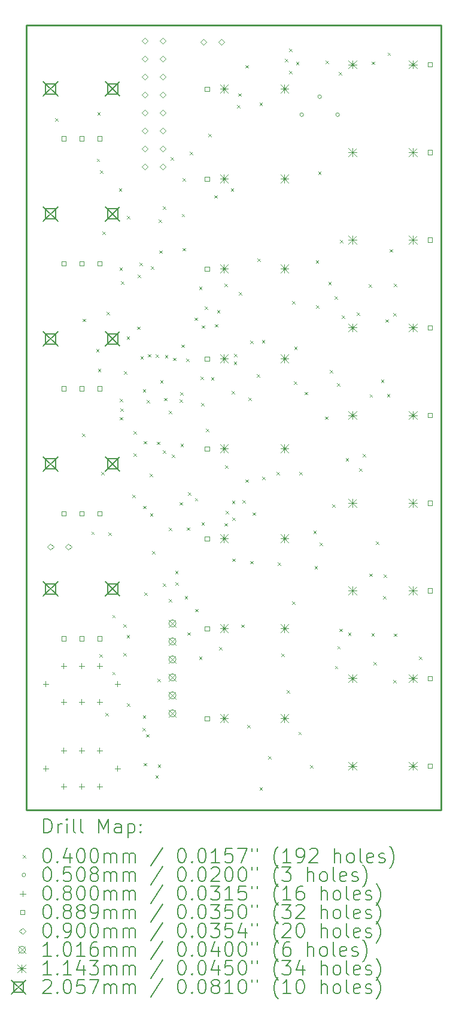
<source format=gbr>
%FSLAX45Y45*%
G04 Gerber Fmt 4.5, Leading zero omitted, Abs format (unit mm)*
G04 Created by KiCad (PCBNEW (6.0.5-0)) date 2022-05-16 13:08:43*
%MOMM*%
%LPD*%
G01*
G04 APERTURE LIST*
%TA.AperFunction,Profile*%
%ADD10C,0.254000*%
%TD*%
%ADD11C,0.200000*%
%ADD12C,0.040000*%
%ADD13C,0.050800*%
%ADD14C,0.080000*%
%ADD15C,0.088900*%
%ADD16C,0.090000*%
%ADD17C,0.101600*%
%ADD18C,0.114300*%
%ADD19C,0.205740*%
G04 APERTURE END LIST*
D10*
X-6272400Y12020700D02*
X-6272400Y933600D01*
X-6272400Y933600D02*
X-12139800Y933600D01*
X-12139800Y12020700D02*
X-6272400Y12020700D01*
X-12139800Y933600D02*
X-12139800Y12020700D01*
D11*
D12*
X-11737800Y10704700D02*
X-11697800Y10664700D01*
X-11697800Y10704700D02*
X-11737800Y10664700D01*
X-11355800Y6250700D02*
X-11315800Y6210700D01*
X-11315800Y6250700D02*
X-11355800Y6210700D01*
X-11344800Y7870700D02*
X-11304800Y7830700D01*
X-11304800Y7870700D02*
X-11344800Y7830700D01*
X-11223800Y4866700D02*
X-11183800Y4826700D01*
X-11183800Y4866700D02*
X-11223800Y4826700D01*
X-11154700Y7444800D02*
X-11114700Y7404800D01*
X-11114700Y7444800D02*
X-11154700Y7404800D01*
X-11145800Y10132700D02*
X-11105800Y10092700D01*
X-11105800Y10132700D02*
X-11145800Y10092700D01*
X-11138800Y10790700D02*
X-11098800Y10750700D01*
X-11098800Y10790700D02*
X-11138800Y10750700D01*
X-11130000Y7162800D02*
X-11090000Y7122800D01*
X-11090000Y7162800D02*
X-11130000Y7122800D01*
X-11105584Y3132250D02*
X-11065584Y3092250D01*
X-11065584Y3132250D02*
X-11105584Y3092250D01*
X-11100800Y9966700D02*
X-11060800Y9926700D01*
X-11060800Y9966700D02*
X-11100800Y9926700D01*
X-11081909Y5709731D02*
X-11041909Y5669731D01*
X-11041909Y5709731D02*
X-11081909Y5669731D01*
X-11064800Y9102700D02*
X-11024800Y9062700D01*
X-11024800Y9102700D02*
X-11064800Y9062700D01*
X-11026800Y2304700D02*
X-10986800Y2264700D01*
X-10986800Y2304700D02*
X-11026800Y2264700D01*
X-11007500Y7972000D02*
X-10967500Y7932000D01*
X-10967500Y7972000D02*
X-11007500Y7932000D01*
X-10982950Y4851250D02*
X-10942950Y4811250D01*
X-10942950Y4851250D02*
X-10982950Y4811250D01*
X-10926800Y3688700D02*
X-10886800Y3648700D01*
X-10886800Y3688700D02*
X-10926800Y3648700D01*
X-10926800Y2883700D02*
X-10886800Y2843700D01*
X-10886800Y2883700D02*
X-10926800Y2843700D01*
X-10833800Y9715700D02*
X-10793800Y9675700D01*
X-10793800Y9715700D02*
X-10833800Y9675700D01*
X-10824800Y8596700D02*
X-10784800Y8556700D01*
X-10784800Y8596700D02*
X-10824800Y8556700D01*
X-10820800Y6741700D02*
X-10780800Y6701700D01*
X-10780800Y6741700D02*
X-10820800Y6701700D01*
X-10818800Y6483700D02*
X-10778800Y6443700D01*
X-10778800Y6483700D02*
X-10818800Y6443700D01*
X-10811800Y6607700D02*
X-10771800Y6567700D01*
X-10771800Y6607700D02*
X-10811800Y6567700D01*
X-10805800Y8401700D02*
X-10765800Y8361700D01*
X-10765800Y8401700D02*
X-10805800Y8361700D01*
X-10768484Y3152250D02*
X-10728484Y3112250D01*
X-10728484Y3152250D02*
X-10768484Y3112250D01*
X-10767751Y3558700D02*
X-10727751Y3518700D01*
X-10727751Y3558700D02*
X-10767751Y3518700D01*
X-10763350Y7130277D02*
X-10723350Y7090277D01*
X-10723350Y7130277D02*
X-10763350Y7090277D01*
X-10723800Y7623700D02*
X-10683800Y7583700D01*
X-10683800Y7623700D02*
X-10723800Y7583700D01*
X-10722800Y3405700D02*
X-10682800Y3365700D01*
X-10682800Y3405700D02*
X-10722800Y3365700D01*
X-10719800Y2439700D02*
X-10679800Y2399700D01*
X-10679800Y2439700D02*
X-10719800Y2399700D01*
X-10717815Y9323715D02*
X-10677815Y9283715D01*
X-10677815Y9323715D02*
X-10717815Y9283715D01*
X-10639800Y5386700D02*
X-10599800Y5346700D01*
X-10599800Y5386700D02*
X-10639800Y5346700D01*
X-10628800Y6286700D02*
X-10588800Y6246700D01*
X-10588800Y6286700D02*
X-10628800Y6246700D01*
X-10626691Y5968051D02*
X-10586691Y5928051D01*
X-10586691Y5968051D02*
X-10626691Y5928051D01*
X-10576500Y7761600D02*
X-10536500Y7721600D01*
X-10536500Y7761600D02*
X-10576500Y7721600D01*
X-10569100Y8493000D02*
X-10529100Y8453000D01*
X-10529100Y8493000D02*
X-10569100Y8453000D01*
X-10541800Y8665700D02*
X-10501800Y8625700D01*
X-10501800Y8665700D02*
X-10541800Y8625700D01*
X-10528131Y7340520D02*
X-10488131Y7300520D01*
X-10488131Y7340520D02*
X-10528131Y7300520D01*
X-10496409Y2091826D02*
X-10456409Y2051826D01*
X-10456409Y2091826D02*
X-10496409Y2051826D01*
X-10494800Y6877700D02*
X-10454800Y6837700D01*
X-10454800Y6877700D02*
X-10494800Y6837700D01*
X-10494201Y2268700D02*
X-10454201Y2228700D01*
X-10454201Y2268700D02*
X-10494201Y2228700D01*
X-10489399Y5231099D02*
X-10449399Y5191099D01*
X-10449399Y5231099D02*
X-10489399Y5191099D01*
X-10482800Y6143700D02*
X-10442800Y6103700D01*
X-10442800Y6143700D02*
X-10482800Y6103700D01*
X-10481800Y1598700D02*
X-10441800Y1558700D01*
X-10441800Y1598700D02*
X-10481800Y1558700D01*
X-10476200Y4007500D02*
X-10436200Y3967500D01*
X-10436200Y4007500D02*
X-10476200Y3967500D01*
X-10449250Y2003700D02*
X-10409250Y1963700D01*
X-10409250Y2003700D02*
X-10449250Y1963700D01*
X-10439800Y6725700D02*
X-10399800Y6685700D01*
X-10399800Y6725700D02*
X-10439800Y6685700D01*
X-10422800Y7371700D02*
X-10382800Y7331700D01*
X-10382800Y7371700D02*
X-10422800Y7331700D01*
X-10399497Y5682700D02*
X-10359497Y5642700D01*
X-10359497Y5682700D02*
X-10399497Y5642700D01*
X-10393839Y5121739D02*
X-10353839Y5081739D01*
X-10353839Y5121739D02*
X-10393839Y5081739D01*
X-10377800Y8611700D02*
X-10337800Y8571700D01*
X-10337800Y8611700D02*
X-10377800Y8571700D01*
X-10365399Y4592250D02*
X-10325399Y4552250D01*
X-10325399Y4592250D02*
X-10365399Y4552250D01*
X-10315800Y1423700D02*
X-10275800Y1383700D01*
X-10275800Y1423700D02*
X-10315800Y1383700D01*
X-10313800Y7365700D02*
X-10273800Y7325700D01*
X-10273800Y7365700D02*
X-10313800Y7325700D01*
X-10292949Y6136623D02*
X-10252949Y6096623D01*
X-10252949Y6136623D02*
X-10292949Y6096623D01*
X-10287800Y2788700D02*
X-10247800Y2748700D01*
X-10247800Y2788700D02*
X-10287800Y2748700D01*
X-10283800Y1573700D02*
X-10243800Y1533700D01*
X-10243800Y1573700D02*
X-10283800Y1533700D01*
X-10267800Y9273700D02*
X-10227800Y9233700D01*
X-10227800Y9273700D02*
X-10267800Y9233700D01*
X-10261800Y8837700D02*
X-10221800Y8797700D01*
X-10221800Y8837700D02*
X-10261800Y8797700D01*
X-10248800Y7006700D02*
X-10208800Y6966700D01*
X-10208800Y7006700D02*
X-10248800Y6966700D01*
X-10211390Y4133630D02*
X-10171390Y4093630D01*
X-10171390Y4133630D02*
X-10211390Y4093630D01*
X-10208800Y9459700D02*
X-10168800Y9419700D01*
X-10168800Y9459700D02*
X-10208800Y9419700D01*
X-10208030Y6013470D02*
X-10168030Y5973470D01*
X-10168030Y6013470D02*
X-10208030Y5973470D01*
X-10195704Y6754549D02*
X-10155704Y6714549D01*
X-10155704Y6754549D02*
X-10195704Y6714549D01*
X-10180800Y7357700D02*
X-10140800Y7317700D01*
X-10140800Y7357700D02*
X-10180800Y7317700D01*
X-10128300Y4923700D02*
X-10088300Y4883700D01*
X-10088300Y4923700D02*
X-10128300Y4883700D01*
X-10123800Y3912700D02*
X-10083800Y3872700D01*
X-10083800Y3912700D02*
X-10123800Y3872700D01*
X-10123400Y6571400D02*
X-10083400Y6531400D01*
X-10083400Y6571400D02*
X-10123400Y6531400D01*
X-10103800Y10154700D02*
X-10063800Y10114700D01*
X-10063800Y10154700D02*
X-10103800Y10114700D01*
X-10084800Y5955700D02*
X-10044800Y5915700D01*
X-10044800Y5955700D02*
X-10084800Y5915700D01*
X-10067800Y7321700D02*
X-10027800Y7281700D01*
X-10027800Y7321700D02*
X-10067800Y7281700D01*
X-10038066Y4313952D02*
X-9998066Y4273952D01*
X-9998066Y4313952D02*
X-10038066Y4273952D01*
X-10034800Y4152700D02*
X-9994800Y4112700D01*
X-9994800Y4152700D02*
X-10034800Y4112700D01*
X-9975800Y6733150D02*
X-9935800Y6693150D01*
X-9935800Y6733150D02*
X-9975800Y6693150D01*
X-9971800Y5280700D02*
X-9931800Y5240700D01*
X-9931800Y5280700D02*
X-9971800Y5240700D01*
X-9964760Y6832489D02*
X-9924760Y6792489D01*
X-9924760Y6832489D02*
X-9964760Y6792489D01*
X-9960800Y6105700D02*
X-9920800Y6065700D01*
X-9920800Y6105700D02*
X-9960800Y6065700D01*
X-9950800Y7507700D02*
X-9910800Y7467700D01*
X-9910800Y7507700D02*
X-9950800Y7467700D01*
X-9944800Y9352700D02*
X-9904800Y9312700D01*
X-9904800Y9352700D02*
X-9944800Y9312700D01*
X-9931800Y8871700D02*
X-9891800Y8831700D01*
X-9891800Y8871700D02*
X-9931800Y8831700D01*
X-9928800Y9859700D02*
X-9888800Y9819700D01*
X-9888800Y9859700D02*
X-9928800Y9819700D01*
X-9901800Y3953700D02*
X-9861800Y3913700D01*
X-9861800Y3953700D02*
X-9901800Y3913700D01*
X-9877800Y7309700D02*
X-9837800Y7269700D01*
X-9837800Y7309700D02*
X-9877800Y7269700D01*
X-9871900Y4925800D02*
X-9831900Y4885800D01*
X-9831900Y4925800D02*
X-9871900Y4885800D01*
X-9862800Y3442700D02*
X-9822800Y3402700D01*
X-9822800Y3442700D02*
X-9862800Y3402700D01*
X-9855800Y5418700D02*
X-9815800Y5378700D01*
X-9815800Y5418700D02*
X-9855800Y5378700D01*
X-9827800Y10231700D02*
X-9787800Y10191700D01*
X-9787800Y10231700D02*
X-9827800Y10191700D01*
X-9761800Y7887700D02*
X-9721800Y7847700D01*
X-9721800Y7887700D02*
X-9761800Y7847700D01*
X-9757800Y5340700D02*
X-9717800Y5300700D01*
X-9717800Y5340700D02*
X-9757800Y5300700D01*
X-9754985Y3774328D02*
X-9714985Y3734328D01*
X-9714985Y3774328D02*
X-9754985Y3734328D01*
X-9699800Y3099700D02*
X-9659800Y3059700D01*
X-9659800Y3099700D02*
X-9699800Y3059700D01*
X-9699070Y8325970D02*
X-9659070Y8285970D01*
X-9659070Y8325970D02*
X-9699070Y8285970D01*
X-9679800Y7056700D02*
X-9639800Y7016700D01*
X-9639800Y7056700D02*
X-9679800Y7016700D01*
X-9666800Y6683700D02*
X-9626800Y6643700D01*
X-9626800Y6683700D02*
X-9666800Y6643700D01*
X-9663900Y5000200D02*
X-9623900Y4960200D01*
X-9623900Y5000200D02*
X-9663900Y4960200D01*
X-9662800Y7777700D02*
X-9622800Y7737700D01*
X-9622800Y7777700D02*
X-9662800Y7737700D01*
X-9619800Y8043700D02*
X-9579800Y8003700D01*
X-9579800Y8043700D02*
X-9619800Y8003700D01*
X-9603810Y6316150D02*
X-9563810Y6276150D01*
X-9563810Y6316150D02*
X-9603810Y6276150D01*
X-9564800Y10482700D02*
X-9524800Y10442700D01*
X-9524800Y10482700D02*
X-9564800Y10442700D01*
X-9529540Y7047420D02*
X-9489540Y7007420D01*
X-9489540Y7047420D02*
X-9529540Y7007420D01*
X-9485800Y9614700D02*
X-9445800Y9574700D01*
X-9445800Y9614700D02*
X-9485800Y9574700D01*
X-9476800Y7794700D02*
X-9436800Y7754700D01*
X-9436800Y7794700D02*
X-9476800Y7754700D01*
X-9445517Y7993210D02*
X-9405517Y7953210D01*
X-9405517Y7993210D02*
X-9445517Y7953210D01*
X-9412800Y3236700D02*
X-9372800Y3196700D01*
X-9372800Y3236700D02*
X-9412800Y3196700D01*
X-9337800Y8366700D02*
X-9297800Y8326700D01*
X-9297800Y8366700D02*
X-9337800Y8326700D01*
X-9336800Y4984700D02*
X-9296800Y4944700D01*
X-9296800Y4984700D02*
X-9336800Y4944700D01*
X-9331800Y5798700D02*
X-9291800Y5758700D01*
X-9291800Y5798700D02*
X-9331800Y5758700D01*
X-9323277Y5156637D02*
X-9283277Y5116637D01*
X-9283277Y5156637D02*
X-9323277Y5116637D01*
X-9250800Y9711700D02*
X-9210800Y9671700D01*
X-9210800Y9711700D02*
X-9250800Y9671700D01*
X-9235800Y6853700D02*
X-9195800Y6813700D01*
X-9195800Y6853700D02*
X-9235800Y6813700D01*
X-9232850Y5301700D02*
X-9192850Y5261700D01*
X-9192850Y5301700D02*
X-9232850Y5261700D01*
X-9228800Y5063700D02*
X-9188800Y5023700D01*
X-9188800Y5063700D02*
X-9228800Y5023700D01*
X-9228800Y4485700D02*
X-9188800Y4445700D01*
X-9188800Y4485700D02*
X-9228800Y4445700D01*
X-9207800Y7266700D02*
X-9167800Y7226700D01*
X-9167800Y7266700D02*
X-9207800Y7226700D01*
X-9200530Y7376430D02*
X-9160530Y7336430D01*
X-9160530Y7376430D02*
X-9200530Y7336430D01*
X-9162800Y10890700D02*
X-9122800Y10850700D01*
X-9122800Y10890700D02*
X-9162800Y10850700D01*
X-9142800Y11054700D02*
X-9102800Y11014700D01*
X-9102800Y11054700D02*
X-9142800Y11014700D01*
X-9137800Y8250700D02*
X-9097800Y8210700D01*
X-9097800Y8250700D02*
X-9137800Y8210700D01*
X-9102800Y3554700D02*
X-9062800Y3514700D01*
X-9062800Y3554700D02*
X-9102800Y3514700D01*
X-9087800Y5311700D02*
X-9047800Y5271700D01*
X-9047800Y5311700D02*
X-9087800Y5271700D01*
X-9044800Y5602700D02*
X-9004800Y5562700D01*
X-9004800Y5602700D02*
X-9044800Y5562700D01*
X-9040800Y11452700D02*
X-9000800Y11412700D01*
X-9000800Y11452700D02*
X-9040800Y11412700D01*
X-9015800Y2132700D02*
X-8975800Y2092700D01*
X-8975800Y2132700D02*
X-9015800Y2092700D01*
X-9002800Y6757700D02*
X-8962800Y6717700D01*
X-8962800Y6757700D02*
X-9002800Y6717700D01*
X-8972800Y7560700D02*
X-8932800Y7520700D01*
X-8932800Y7560700D02*
X-8972800Y7520700D01*
X-8972800Y4451700D02*
X-8932800Y4411700D01*
X-8932800Y4451700D02*
X-8972800Y4411700D01*
X-8943800Y5136700D02*
X-8903800Y5096700D01*
X-8903800Y5136700D02*
X-8943800Y5096700D01*
X-8883800Y7086700D02*
X-8843800Y7046700D01*
X-8843800Y7086700D02*
X-8883800Y7046700D01*
X-8875800Y8720700D02*
X-8835800Y8680700D01*
X-8835800Y8720700D02*
X-8875800Y8680700D01*
X-8843800Y10923700D02*
X-8803800Y10883700D01*
X-8803800Y10923700D02*
X-8843800Y10883700D01*
X-8842800Y1252700D02*
X-8802800Y1212700D01*
X-8802800Y1252700D02*
X-8842800Y1212700D01*
X-8808800Y7568700D02*
X-8768800Y7528700D01*
X-8768800Y7568700D02*
X-8808800Y7528700D01*
X-8802800Y5638700D02*
X-8762800Y5598700D01*
X-8762800Y5638700D02*
X-8802800Y5598700D01*
X-8718800Y1695700D02*
X-8678800Y1655700D01*
X-8678800Y1695700D02*
X-8718800Y1655700D01*
X-8601800Y5706700D02*
X-8561800Y5666700D01*
X-8561800Y5706700D02*
X-8601800Y5666700D01*
X-8585800Y4427700D02*
X-8545800Y4387700D01*
X-8545800Y4427700D02*
X-8585800Y4387700D01*
X-8535800Y3141700D02*
X-8495800Y3101700D01*
X-8495800Y3141700D02*
X-8535800Y3101700D01*
X-8486030Y11541930D02*
X-8446030Y11501930D01*
X-8446030Y11541930D02*
X-8486030Y11501930D01*
X-8457800Y2624700D02*
X-8417800Y2584700D01*
X-8417800Y2624700D02*
X-8457800Y2584700D01*
X-8425235Y11374733D02*
X-8385235Y11334733D01*
X-8385235Y11374733D02*
X-8425235Y11334733D01*
X-8421800Y11684700D02*
X-8381800Y11644700D01*
X-8381800Y11684700D02*
X-8421800Y11644700D01*
X-8382800Y8122700D02*
X-8342800Y8082700D01*
X-8342800Y8122700D02*
X-8382800Y8082700D01*
X-8382800Y3879700D02*
X-8342800Y3839700D01*
X-8342800Y3879700D02*
X-8382800Y3839700D01*
X-8358800Y6986700D02*
X-8318800Y6946700D01*
X-8318800Y6986700D02*
X-8358800Y6946700D01*
X-8352800Y7475700D02*
X-8312800Y7435700D01*
X-8312800Y7475700D02*
X-8352800Y7435700D01*
X-8327800Y11501700D02*
X-8287800Y11461700D01*
X-8287800Y11501700D02*
X-8327800Y11461700D01*
X-8292800Y2038700D02*
X-8252800Y1998700D01*
X-8252800Y2038700D02*
X-8292800Y1998700D01*
X-8279800Y5705700D02*
X-8239800Y5665700D01*
X-8239800Y5705700D02*
X-8279800Y5665700D01*
X-8201800Y6837700D02*
X-8161800Y6797700D01*
X-8161800Y6837700D02*
X-8201800Y6797700D01*
X-8130800Y1568700D02*
X-8090800Y1528700D01*
X-8090800Y1568700D02*
X-8130800Y1528700D01*
X-8080800Y4875700D02*
X-8040800Y4835700D01*
X-8040800Y4875700D02*
X-8080800Y4835700D01*
X-8065800Y4378700D02*
X-8025800Y4338700D01*
X-8025800Y4378700D02*
X-8065800Y4338700D01*
X-8047800Y8696700D02*
X-8007800Y8656700D01*
X-8007800Y8696700D02*
X-8047800Y8656700D01*
X-8045800Y8063700D02*
X-8005800Y8023700D01*
X-8005800Y8063700D02*
X-8045800Y8023700D01*
X-8015100Y9949900D02*
X-7975100Y9909900D01*
X-7975100Y9949900D02*
X-8015100Y9909900D01*
X-7990800Y4711700D02*
X-7950800Y4671700D01*
X-7950800Y4711700D02*
X-7990800Y4671700D01*
X-7917800Y6492700D02*
X-7877800Y6452700D01*
X-7877800Y6492700D02*
X-7917800Y6452700D01*
X-7909800Y11518700D02*
X-7869800Y11478700D01*
X-7869800Y11518700D02*
X-7909800Y11478700D01*
X-7870800Y8391700D02*
X-7830800Y8351700D01*
X-7830800Y8391700D02*
X-7870800Y8351700D01*
X-7847800Y7144700D02*
X-7807800Y7104700D01*
X-7807800Y7144700D02*
X-7847800Y7104700D01*
X-7813800Y5252700D02*
X-7773800Y5212700D01*
X-7773800Y5252700D02*
X-7813800Y5212700D01*
X-7778800Y8189700D02*
X-7738800Y8149700D01*
X-7738800Y8189700D02*
X-7778800Y8149700D01*
X-7775800Y2969700D02*
X-7735800Y2929700D01*
X-7735800Y2969700D02*
X-7775800Y2929700D01*
X-7744800Y6961700D02*
X-7704800Y6921700D01*
X-7704800Y6961700D02*
X-7744800Y6921700D01*
X-7743800Y3249700D02*
X-7703800Y3209700D01*
X-7703800Y3249700D02*
X-7743800Y3209700D01*
X-7719800Y11355700D02*
X-7679800Y11315700D01*
X-7679800Y11355700D02*
X-7719800Y11315700D01*
X-7714800Y3494700D02*
X-7674800Y3454700D01*
X-7674800Y3494700D02*
X-7714800Y3454700D01*
X-7706800Y8986700D02*
X-7666800Y8946700D01*
X-7666800Y8986700D02*
X-7706800Y8946700D01*
X-7680800Y7920700D02*
X-7640800Y7880700D01*
X-7640800Y7920700D02*
X-7680800Y7880700D01*
X-7623800Y5904700D02*
X-7583800Y5864700D01*
X-7583800Y5904700D02*
X-7623800Y5864700D01*
X-7589800Y3439700D02*
X-7549800Y3399700D01*
X-7549800Y3439700D02*
X-7589800Y3399700D01*
X-7466138Y7962150D02*
X-7426138Y7922150D01*
X-7426138Y7962150D02*
X-7466138Y7922150D01*
X-7434400Y5761500D02*
X-7394400Y5721500D01*
X-7394400Y5761500D02*
X-7434400Y5721500D01*
X-7384100Y5959800D02*
X-7344100Y5919800D01*
X-7344100Y5959800D02*
X-7384100Y5919800D01*
X-7297800Y8356700D02*
X-7257800Y8316700D01*
X-7257800Y8356700D02*
X-7297800Y8316700D01*
X-7287800Y4272700D02*
X-7247800Y4232700D01*
X-7247800Y4272700D02*
X-7287800Y4232700D01*
X-7285800Y6805700D02*
X-7245800Y6765700D01*
X-7245800Y6805700D02*
X-7285800Y6765700D01*
X-7259800Y3431700D02*
X-7219800Y3391700D01*
X-7219800Y3431700D02*
X-7259800Y3391700D01*
X-7258800Y11503700D02*
X-7218800Y11463700D01*
X-7218800Y11503700D02*
X-7258800Y11463700D01*
X-7229800Y3021700D02*
X-7189800Y2981700D01*
X-7189800Y3021700D02*
X-7229800Y2981700D01*
X-7199800Y4728700D02*
X-7159800Y4688700D01*
X-7159800Y4728700D02*
X-7199800Y4688700D01*
X-7125800Y7010700D02*
X-7085800Y6970700D01*
X-7085800Y7010700D02*
X-7125800Y6970700D01*
X-7094800Y3958700D02*
X-7054800Y3918700D01*
X-7054800Y3958700D02*
X-7094800Y3918700D01*
X-7089800Y4259700D02*
X-7049800Y4219700D01*
X-7049800Y4259700D02*
X-7089800Y4219700D01*
X-7059368Y7862823D02*
X-7019368Y7822823D01*
X-7019368Y7862823D02*
X-7059368Y7822823D01*
X-7039800Y6811700D02*
X-6999800Y6771700D01*
X-6999800Y6811700D02*
X-7039800Y6771700D01*
X-7030800Y11629700D02*
X-6990800Y11589700D01*
X-6990800Y11629700D02*
X-7030800Y11589700D01*
X-7004800Y8853700D02*
X-6964800Y8813700D01*
X-6964800Y8853700D02*
X-7004800Y8813700D01*
X-6952800Y2769700D02*
X-6912800Y2729700D01*
X-6912800Y2769700D02*
X-6952800Y2729700D01*
X-6950800Y7953700D02*
X-6910800Y7913700D01*
X-6910800Y7953700D02*
X-6950800Y7913700D01*
X-6943800Y8364700D02*
X-6903800Y8324700D01*
X-6903800Y8364700D02*
X-6943800Y8324700D01*
X-6940800Y3427700D02*
X-6900800Y3387700D01*
X-6900800Y3427700D02*
X-6940800Y3387700D01*
X-6587800Y3103700D02*
X-6547800Y3063700D01*
X-6547800Y3103700D02*
X-6587800Y3063700D01*
D13*
X-8221400Y10753700D02*
G75*
G03*
X-8221400Y10753700I-25400J0D01*
G01*
X-7967400Y11007700D02*
G75*
G03*
X-7967400Y11007700I-25400J0D01*
G01*
X-7713400Y10753700D02*
G75*
G03*
X-7713400Y10753700I-25400J0D01*
G01*
D14*
X-11868020Y2755410D02*
X-11868020Y2675410D01*
X-11908020Y2715410D02*
X-11828020Y2715410D01*
X-11868020Y1561610D02*
X-11868020Y1481610D01*
X-11908020Y1521610D02*
X-11828020Y1521610D01*
X-11614020Y3009410D02*
X-11614020Y2929410D01*
X-11654020Y2969410D02*
X-11574020Y2969410D01*
X-11614020Y2501410D02*
X-11614020Y2421410D01*
X-11654020Y2461410D02*
X-11574020Y2461410D01*
X-11614020Y1815610D02*
X-11614020Y1735610D01*
X-11654020Y1775610D02*
X-11574020Y1775610D01*
X-11614020Y1307610D02*
X-11614020Y1227610D01*
X-11654020Y1267610D02*
X-11574020Y1267610D01*
X-11360020Y3009410D02*
X-11360020Y2929410D01*
X-11400020Y2969410D02*
X-11320020Y2969410D01*
X-11360020Y2501410D02*
X-11360020Y2421410D01*
X-11400020Y2461410D02*
X-11320020Y2461410D01*
X-11360020Y1815610D02*
X-11360020Y1735610D01*
X-11400020Y1775610D02*
X-11320020Y1775610D01*
X-11360020Y1307610D02*
X-11360020Y1227610D01*
X-11400020Y1267610D02*
X-11320020Y1267610D01*
X-11106020Y3009410D02*
X-11106020Y2929410D01*
X-11146020Y2969410D02*
X-11066020Y2969410D01*
X-11106020Y2501410D02*
X-11106020Y2421410D01*
X-11146020Y2461410D02*
X-11066020Y2461410D01*
X-11106020Y1815610D02*
X-11106020Y1735610D01*
X-11146020Y1775610D02*
X-11066020Y1775610D01*
X-11106020Y1307610D02*
X-11106020Y1227610D01*
X-11146020Y1267610D02*
X-11066020Y1267610D01*
X-10852020Y2755410D02*
X-10852020Y2675410D01*
X-10892020Y2715410D02*
X-10812020Y2715410D01*
X-10852020Y1561610D02*
X-10852020Y1481610D01*
X-10892020Y1521610D02*
X-10812020Y1521610D01*
D15*
X-11582605Y10385075D02*
X-11582605Y10447937D01*
X-11645467Y10447937D01*
X-11645467Y10385075D01*
X-11582605Y10385075D01*
X-11582605Y8619775D02*
X-11582605Y8682637D01*
X-11645467Y8682637D01*
X-11645467Y8619775D01*
X-11582605Y8619775D01*
X-11582605Y6854474D02*
X-11582605Y6917337D01*
X-11645467Y6917337D01*
X-11645467Y6854474D01*
X-11582605Y6854474D01*
X-11582605Y5089175D02*
X-11582605Y5152037D01*
X-11645467Y5152037D01*
X-11645467Y5089175D01*
X-11582605Y5089175D01*
X-11582605Y3323874D02*
X-11582605Y3386737D01*
X-11645467Y3386737D01*
X-11645467Y3323874D01*
X-11582605Y3323874D01*
X-11328605Y10385075D02*
X-11328605Y10447937D01*
X-11391467Y10447937D01*
X-11391467Y10385075D01*
X-11328605Y10385075D01*
X-11328605Y8619775D02*
X-11328605Y8682637D01*
X-11391467Y8682637D01*
X-11391467Y8619775D01*
X-11328605Y8619775D01*
X-11328605Y6854474D02*
X-11328605Y6917337D01*
X-11391467Y6917337D01*
X-11391467Y6854474D01*
X-11328605Y6854474D01*
X-11328605Y5089175D02*
X-11328605Y5152037D01*
X-11391467Y5152037D01*
X-11391467Y5089175D01*
X-11328605Y5089175D01*
X-11328605Y3323874D02*
X-11328605Y3386737D01*
X-11391467Y3386737D01*
X-11391467Y3323874D01*
X-11328605Y3323874D01*
X-11074605Y10385075D02*
X-11074605Y10447937D01*
X-11137468Y10447937D01*
X-11137468Y10385075D01*
X-11074605Y10385075D01*
X-11074605Y8619775D02*
X-11074605Y8682637D01*
X-11137468Y8682637D01*
X-11137468Y8619775D01*
X-11074605Y8619775D01*
X-11074605Y6854474D02*
X-11074605Y6917337D01*
X-11137468Y6917337D01*
X-11137468Y6854474D01*
X-11074605Y6854474D01*
X-11074605Y5089175D02*
X-11074605Y5152037D01*
X-11137468Y5152037D01*
X-11137468Y5089175D01*
X-11074605Y5089175D01*
X-11074605Y3323874D02*
X-11074605Y3386737D01*
X-11137468Y3386737D01*
X-11137468Y3323874D01*
X-11074605Y3323874D01*
X-9555669Y11086299D02*
X-9555669Y11149161D01*
X-9618531Y11149161D01*
X-9618531Y11086299D01*
X-9555669Y11086299D01*
X-9555669Y9816299D02*
X-9555669Y9879161D01*
X-9618531Y9879161D01*
X-9618531Y9816299D01*
X-9555669Y9816299D01*
X-9555669Y8546299D02*
X-9555669Y8609161D01*
X-9618531Y8609161D01*
X-9618531Y8546299D01*
X-9555669Y8546299D01*
X-9555669Y7276299D02*
X-9555669Y7339161D01*
X-9618531Y7339161D01*
X-9618531Y7276299D01*
X-9555669Y7276299D01*
X-9555669Y6006299D02*
X-9555669Y6069161D01*
X-9618531Y6069161D01*
X-9618531Y6006299D01*
X-9555669Y6006299D01*
X-9555669Y4736299D02*
X-9555669Y4799161D01*
X-9618531Y4799161D01*
X-9618531Y4736299D01*
X-9555669Y4736299D01*
X-9555669Y3466299D02*
X-9555669Y3529161D01*
X-9618531Y3529161D01*
X-9618531Y3466299D01*
X-9555669Y3466299D01*
X-9555669Y2196299D02*
X-9555669Y2259161D01*
X-9618531Y2259161D01*
X-9618531Y2196299D01*
X-9555669Y2196299D01*
X-6400989Y11430469D02*
X-6400989Y11493331D01*
X-6463851Y11493331D01*
X-6463851Y11430469D01*
X-6400989Y11430469D01*
X-6400989Y10192219D02*
X-6400989Y10255081D01*
X-6463851Y10255081D01*
X-6463851Y10192219D01*
X-6400989Y10192219D01*
X-6400989Y8953969D02*
X-6400989Y9016831D01*
X-6463851Y9016831D01*
X-6463851Y8953969D01*
X-6400989Y8953969D01*
X-6400989Y7715719D02*
X-6400989Y7778581D01*
X-6463851Y7778581D01*
X-6463851Y7715719D01*
X-6400989Y7715719D01*
X-6400989Y6477469D02*
X-6400989Y6540331D01*
X-6463851Y6540331D01*
X-6463851Y6477469D01*
X-6400989Y6477469D01*
X-6400989Y5239219D02*
X-6400989Y5302081D01*
X-6463851Y5302081D01*
X-6463851Y5239219D01*
X-6400989Y5239219D01*
X-6400989Y4000969D02*
X-6400989Y4063831D01*
X-6463851Y4063831D01*
X-6463851Y4000969D01*
X-6400989Y4000969D01*
X-6400989Y2762719D02*
X-6400989Y2825581D01*
X-6463851Y2825581D01*
X-6463851Y2762719D01*
X-6400989Y2762719D01*
X-6400989Y1524469D02*
X-6400989Y1587331D01*
X-6463851Y1587331D01*
X-6463851Y1524469D01*
X-6400989Y1524469D01*
D16*
X-11799745Y4605128D02*
X-11754745Y4650128D01*
X-11799745Y4695128D01*
X-11844745Y4650128D01*
X-11799745Y4605128D01*
X-11545745Y4605128D02*
X-11500745Y4650128D01*
X-11545745Y4695128D01*
X-11590745Y4650128D01*
X-11545745Y4605128D01*
X-10465800Y11752700D02*
X-10420800Y11797700D01*
X-10465800Y11842700D01*
X-10510800Y11797700D01*
X-10465800Y11752700D01*
X-10465800Y11498700D02*
X-10420800Y11543700D01*
X-10465800Y11588700D01*
X-10510800Y11543700D01*
X-10465800Y11498700D01*
X-10465800Y11244700D02*
X-10420800Y11289700D01*
X-10465800Y11334700D01*
X-10510800Y11289700D01*
X-10465800Y11244700D01*
X-10465800Y10990700D02*
X-10420800Y11035700D01*
X-10465800Y11080700D01*
X-10510800Y11035700D01*
X-10465800Y10990700D01*
X-10465800Y10736700D02*
X-10420800Y10781700D01*
X-10465800Y10826700D01*
X-10510800Y10781700D01*
X-10465800Y10736700D01*
X-10465800Y10482700D02*
X-10420800Y10527700D01*
X-10465800Y10572700D01*
X-10510800Y10527700D01*
X-10465800Y10482700D01*
X-10465800Y10228700D02*
X-10420800Y10273700D01*
X-10465800Y10318700D01*
X-10510800Y10273700D01*
X-10465800Y10228700D01*
X-10465800Y9974700D02*
X-10420800Y10019700D01*
X-10465800Y10064700D01*
X-10510800Y10019700D01*
X-10465800Y9974700D01*
X-10211800Y11752700D02*
X-10166800Y11797700D01*
X-10211800Y11842700D01*
X-10256800Y11797700D01*
X-10211800Y11752700D01*
X-10211800Y11498700D02*
X-10166800Y11543700D01*
X-10211800Y11588700D01*
X-10256800Y11543700D01*
X-10211800Y11498700D01*
X-10211800Y11244700D02*
X-10166800Y11289700D01*
X-10211800Y11334700D01*
X-10256800Y11289700D01*
X-10211800Y11244700D01*
X-10211800Y10990700D02*
X-10166800Y11035700D01*
X-10211800Y11080700D01*
X-10256800Y11035700D01*
X-10211800Y10990700D01*
X-10211800Y10736700D02*
X-10166800Y10781700D01*
X-10211800Y10826700D01*
X-10256800Y10781700D01*
X-10211800Y10736700D01*
X-10211800Y10482700D02*
X-10166800Y10527700D01*
X-10211800Y10572700D01*
X-10256800Y10527700D01*
X-10211800Y10482700D01*
X-10211800Y10228700D02*
X-10166800Y10273700D01*
X-10211800Y10318700D01*
X-10256800Y10273700D01*
X-10211800Y10228700D01*
X-10211800Y9974700D02*
X-10166800Y10019700D01*
X-10211800Y10064700D01*
X-10256800Y10019700D01*
X-10211800Y9974700D01*
X-9637800Y11733700D02*
X-9592800Y11778700D01*
X-9637800Y11823700D01*
X-9682800Y11778700D01*
X-9637800Y11733700D01*
X-9383800Y11733700D02*
X-9338800Y11778700D01*
X-9383800Y11823700D01*
X-9428800Y11778700D01*
X-9383800Y11733700D01*
D17*
X-10125600Y3619500D02*
X-10024000Y3517900D01*
X-10024000Y3619500D02*
X-10125600Y3517900D01*
X-10024000Y3568700D02*
G75*
G03*
X-10024000Y3568700I-50800J0D01*
G01*
X-10125600Y3365500D02*
X-10024000Y3263900D01*
X-10024000Y3365500D02*
X-10125600Y3263900D01*
X-10024000Y3314700D02*
G75*
G03*
X-10024000Y3314700I-50800J0D01*
G01*
X-10125600Y3111500D02*
X-10024000Y3009900D01*
X-10024000Y3111500D02*
X-10125600Y3009900D01*
X-10024000Y3060700D02*
G75*
G03*
X-10024000Y3060700I-50800J0D01*
G01*
X-10125600Y2857500D02*
X-10024000Y2755900D01*
X-10024000Y2857500D02*
X-10125600Y2755900D01*
X-10024000Y2806700D02*
G75*
G03*
X-10024000Y2806700I-50800J0D01*
G01*
X-10125600Y2603500D02*
X-10024000Y2501900D01*
X-10024000Y2603500D02*
X-10125600Y2501900D01*
X-10024000Y2552700D02*
G75*
G03*
X-10024000Y2552700I-50800J0D01*
G01*
X-10125600Y2349500D02*
X-10024000Y2247900D01*
X-10024000Y2349500D02*
X-10125600Y2247900D01*
X-10024000Y2298700D02*
G75*
G03*
X-10024000Y2298700I-50800J0D01*
G01*
D18*
X-9402950Y11174880D02*
X-9288650Y11060580D01*
X-9288650Y11174880D02*
X-9402950Y11060580D01*
X-9345800Y11174880D02*
X-9345800Y11060580D01*
X-9402950Y11117730D02*
X-9288650Y11117730D01*
X-9402950Y9904880D02*
X-9288650Y9790580D01*
X-9288650Y9904880D02*
X-9402950Y9790580D01*
X-9345800Y9904880D02*
X-9345800Y9790580D01*
X-9402950Y9847730D02*
X-9288650Y9847730D01*
X-9402950Y8634880D02*
X-9288650Y8520580D01*
X-9288650Y8634880D02*
X-9402950Y8520580D01*
X-9345800Y8634880D02*
X-9345800Y8520580D01*
X-9402950Y8577730D02*
X-9288650Y8577730D01*
X-9402950Y7364880D02*
X-9288650Y7250580D01*
X-9288650Y7364880D02*
X-9402950Y7250580D01*
X-9345800Y7364880D02*
X-9345800Y7250580D01*
X-9402950Y7307730D02*
X-9288650Y7307730D01*
X-9402950Y6094880D02*
X-9288650Y5980580D01*
X-9288650Y6094880D02*
X-9402950Y5980580D01*
X-9345800Y6094880D02*
X-9345800Y5980580D01*
X-9402950Y6037730D02*
X-9288650Y6037730D01*
X-9402950Y4824880D02*
X-9288650Y4710580D01*
X-9288650Y4824880D02*
X-9402950Y4710580D01*
X-9345800Y4824880D02*
X-9345800Y4710580D01*
X-9402950Y4767730D02*
X-9288650Y4767730D01*
X-9402950Y3554880D02*
X-9288650Y3440580D01*
X-9288650Y3554880D02*
X-9402950Y3440580D01*
X-9345800Y3554880D02*
X-9345800Y3440580D01*
X-9402950Y3497730D02*
X-9288650Y3497730D01*
X-9402950Y2284880D02*
X-9288650Y2170580D01*
X-9288650Y2284880D02*
X-9402950Y2170580D01*
X-9345800Y2284880D02*
X-9345800Y2170580D01*
X-9402950Y2227730D02*
X-9288650Y2227730D01*
X-8546970Y11174880D02*
X-8432670Y11060580D01*
X-8432670Y11174880D02*
X-8546970Y11060580D01*
X-8489820Y11174880D02*
X-8489820Y11060580D01*
X-8546970Y11117730D02*
X-8432670Y11117730D01*
X-8546970Y9904880D02*
X-8432670Y9790580D01*
X-8432670Y9904880D02*
X-8546970Y9790580D01*
X-8489820Y9904880D02*
X-8489820Y9790580D01*
X-8546970Y9847730D02*
X-8432670Y9847730D01*
X-8546970Y8634880D02*
X-8432670Y8520580D01*
X-8432670Y8634880D02*
X-8546970Y8520580D01*
X-8489820Y8634880D02*
X-8489820Y8520580D01*
X-8546970Y8577730D02*
X-8432670Y8577730D01*
X-8546970Y7364880D02*
X-8432670Y7250580D01*
X-8432670Y7364880D02*
X-8546970Y7250580D01*
X-8489820Y7364880D02*
X-8489820Y7250580D01*
X-8546970Y7307730D02*
X-8432670Y7307730D01*
X-8546970Y6094880D02*
X-8432670Y5980580D01*
X-8432670Y6094880D02*
X-8546970Y5980580D01*
X-8489820Y6094880D02*
X-8489820Y5980580D01*
X-8546970Y6037730D02*
X-8432670Y6037730D01*
X-8546970Y4824880D02*
X-8432670Y4710580D01*
X-8432670Y4824880D02*
X-8546970Y4710580D01*
X-8489820Y4824880D02*
X-8489820Y4710580D01*
X-8546970Y4767730D02*
X-8432670Y4767730D01*
X-8546970Y3554880D02*
X-8432670Y3440580D01*
X-8432670Y3554880D02*
X-8546970Y3440580D01*
X-8489820Y3554880D02*
X-8489820Y3440580D01*
X-8546970Y3497730D02*
X-8432670Y3497730D01*
X-8546970Y2284880D02*
X-8432670Y2170580D01*
X-8432670Y2284880D02*
X-8546970Y2170580D01*
X-8489820Y2284880D02*
X-8489820Y2170580D01*
X-8546970Y2227730D02*
X-8432670Y2227730D01*
X-7586850Y11519050D02*
X-7472550Y11404750D01*
X-7472550Y11519050D02*
X-7586850Y11404750D01*
X-7529700Y11519050D02*
X-7529700Y11404750D01*
X-7586850Y11461900D02*
X-7472550Y11461900D01*
X-7586850Y10280800D02*
X-7472550Y10166500D01*
X-7472550Y10280800D02*
X-7586850Y10166500D01*
X-7529700Y10280800D02*
X-7529700Y10166500D01*
X-7586850Y10223650D02*
X-7472550Y10223650D01*
X-7586850Y9042550D02*
X-7472550Y8928250D01*
X-7472550Y9042550D02*
X-7586850Y8928250D01*
X-7529700Y9042550D02*
X-7529700Y8928250D01*
X-7586850Y8985400D02*
X-7472550Y8985400D01*
X-7586850Y7804300D02*
X-7472550Y7690000D01*
X-7472550Y7804300D02*
X-7586850Y7690000D01*
X-7529700Y7804300D02*
X-7529700Y7690000D01*
X-7586850Y7747150D02*
X-7472550Y7747150D01*
X-7586850Y6566050D02*
X-7472550Y6451750D01*
X-7472550Y6566050D02*
X-7586850Y6451750D01*
X-7529700Y6566050D02*
X-7529700Y6451750D01*
X-7586850Y6508900D02*
X-7472550Y6508900D01*
X-7586850Y5327800D02*
X-7472550Y5213500D01*
X-7472550Y5327800D02*
X-7586850Y5213500D01*
X-7529700Y5327800D02*
X-7529700Y5213500D01*
X-7586850Y5270650D02*
X-7472550Y5270650D01*
X-7586850Y4089550D02*
X-7472550Y3975250D01*
X-7472550Y4089550D02*
X-7586850Y3975250D01*
X-7529700Y4089550D02*
X-7529700Y3975250D01*
X-7586850Y4032400D02*
X-7472550Y4032400D01*
X-7586850Y2851300D02*
X-7472550Y2737000D01*
X-7472550Y2851300D02*
X-7586850Y2737000D01*
X-7529700Y2851300D02*
X-7529700Y2737000D01*
X-7586850Y2794150D02*
X-7472550Y2794150D01*
X-7586850Y1613050D02*
X-7472550Y1498750D01*
X-7472550Y1613050D02*
X-7586850Y1498750D01*
X-7529700Y1613050D02*
X-7529700Y1498750D01*
X-7586850Y1555900D02*
X-7472550Y1555900D01*
X-6730870Y11519050D02*
X-6616570Y11404750D01*
X-6616570Y11519050D02*
X-6730870Y11404750D01*
X-6673720Y11519050D02*
X-6673720Y11404750D01*
X-6730870Y11461900D02*
X-6616570Y11461900D01*
X-6730870Y10280800D02*
X-6616570Y10166500D01*
X-6616570Y10280800D02*
X-6730870Y10166500D01*
X-6673720Y10280800D02*
X-6673720Y10166500D01*
X-6730870Y10223650D02*
X-6616570Y10223650D01*
X-6730870Y9042550D02*
X-6616570Y8928250D01*
X-6616570Y9042550D02*
X-6730870Y8928250D01*
X-6673720Y9042550D02*
X-6673720Y8928250D01*
X-6730870Y8985400D02*
X-6616570Y8985400D01*
X-6730870Y7804300D02*
X-6616570Y7690000D01*
X-6616570Y7804300D02*
X-6730870Y7690000D01*
X-6673720Y7804300D02*
X-6673720Y7690000D01*
X-6730870Y7747150D02*
X-6616570Y7747150D01*
X-6730870Y6566050D02*
X-6616570Y6451750D01*
X-6616570Y6566050D02*
X-6730870Y6451750D01*
X-6673720Y6566050D02*
X-6673720Y6451750D01*
X-6730870Y6508900D02*
X-6616570Y6508900D01*
X-6730870Y5327800D02*
X-6616570Y5213500D01*
X-6616570Y5327800D02*
X-6730870Y5213500D01*
X-6673720Y5327800D02*
X-6673720Y5213500D01*
X-6730870Y5270650D02*
X-6616570Y5270650D01*
X-6730870Y4089550D02*
X-6616570Y3975250D01*
X-6616570Y4089550D02*
X-6730870Y3975250D01*
X-6673720Y4089550D02*
X-6673720Y3975250D01*
X-6730870Y4032400D02*
X-6616570Y4032400D01*
X-6730870Y2851300D02*
X-6616570Y2737000D01*
X-6616570Y2851300D02*
X-6730870Y2737000D01*
X-6673720Y2851300D02*
X-6673720Y2737000D01*
X-6730870Y2794150D02*
X-6616570Y2794150D01*
X-6730870Y1613050D02*
X-6616570Y1498750D01*
X-6616570Y1613050D02*
X-6730870Y1498750D01*
X-6673720Y1613050D02*
X-6673720Y1498750D01*
X-6730870Y1555900D02*
X-6616570Y1555900D01*
D19*
X-11902326Y11220416D02*
X-11696586Y11014676D01*
X-11696586Y11220416D02*
X-11902326Y11014676D01*
X-11726715Y11044805D02*
X-11726715Y11190286D01*
X-11872197Y11190286D01*
X-11872197Y11044805D01*
X-11726715Y11044805D01*
X-11902326Y9455116D02*
X-11696586Y9249376D01*
X-11696586Y9455116D02*
X-11902326Y9249376D01*
X-11726715Y9279505D02*
X-11726715Y9424987D01*
X-11872197Y9424987D01*
X-11872197Y9279505D01*
X-11726715Y9279505D01*
X-11902326Y7689816D02*
X-11696586Y7484076D01*
X-11696586Y7689816D02*
X-11902326Y7484076D01*
X-11726715Y7514205D02*
X-11726715Y7659686D01*
X-11872197Y7659686D01*
X-11872197Y7514205D01*
X-11726715Y7514205D01*
X-11902326Y5924516D02*
X-11696586Y5718776D01*
X-11696586Y5924516D02*
X-11902326Y5718776D01*
X-11726715Y5748905D02*
X-11726715Y5894386D01*
X-11872197Y5894386D01*
X-11872197Y5748905D01*
X-11726715Y5748905D01*
X-11902326Y4159216D02*
X-11696586Y3953476D01*
X-11696586Y4159216D02*
X-11902326Y3953476D01*
X-11726715Y3983605D02*
X-11726715Y4129086D01*
X-11872197Y4129086D01*
X-11872197Y3983605D01*
X-11726715Y3983605D01*
X-11023486Y11220416D02*
X-10817746Y11014676D01*
X-10817746Y11220416D02*
X-11023486Y11014676D01*
X-10847876Y11044805D02*
X-10847876Y11190286D01*
X-10993357Y11190286D01*
X-10993357Y11044805D01*
X-10847876Y11044805D01*
X-11023486Y9455116D02*
X-10817746Y9249376D01*
X-10817746Y9455116D02*
X-11023486Y9249376D01*
X-10847876Y9279505D02*
X-10847876Y9424987D01*
X-10993357Y9424987D01*
X-10993357Y9279505D01*
X-10847876Y9279505D01*
X-11023486Y7689816D02*
X-10817746Y7484076D01*
X-10817746Y7689816D02*
X-11023486Y7484076D01*
X-10847876Y7514205D02*
X-10847876Y7659686D01*
X-10993357Y7659686D01*
X-10993357Y7514205D01*
X-10847876Y7514205D01*
X-11023486Y5924516D02*
X-10817746Y5718776D01*
X-10817746Y5924516D02*
X-11023486Y5718776D01*
X-10847876Y5748905D02*
X-10847876Y5894386D01*
X-10993357Y5894386D01*
X-10993357Y5748905D01*
X-10847876Y5748905D01*
X-11023486Y4159216D02*
X-10817746Y3953476D01*
X-10817746Y4159216D02*
X-11023486Y3953476D01*
X-10847876Y3983605D02*
X-10847876Y4129086D01*
X-10993357Y4129086D01*
X-10993357Y3983605D01*
X-10847876Y3983605D01*
D11*
X-11894881Y610424D02*
X-11894881Y810424D01*
X-11847262Y810424D01*
X-11818690Y800900D01*
X-11799643Y781852D01*
X-11790119Y762805D01*
X-11780595Y724710D01*
X-11780595Y696138D01*
X-11790119Y658043D01*
X-11799643Y638995D01*
X-11818690Y619948D01*
X-11847262Y610424D01*
X-11894881Y610424D01*
X-11694881Y610424D02*
X-11694881Y743757D01*
X-11694881Y705662D02*
X-11685357Y724710D01*
X-11675833Y734233D01*
X-11656786Y743757D01*
X-11637738Y743757D01*
X-11571071Y610424D02*
X-11571071Y743757D01*
X-11571071Y810424D02*
X-11580595Y800900D01*
X-11571071Y791376D01*
X-11561548Y800900D01*
X-11571071Y810424D01*
X-11571071Y791376D01*
X-11447262Y610424D02*
X-11466310Y619948D01*
X-11475833Y638995D01*
X-11475833Y810424D01*
X-11342500Y610424D02*
X-11361548Y619948D01*
X-11371071Y638995D01*
X-11371071Y810424D01*
X-11113929Y610424D02*
X-11113929Y810424D01*
X-11047262Y667567D01*
X-10980595Y810424D01*
X-10980595Y610424D01*
X-10799643Y610424D02*
X-10799643Y715186D01*
X-10809167Y734233D01*
X-10828214Y743757D01*
X-10866310Y743757D01*
X-10885357Y734233D01*
X-10799643Y619948D02*
X-10818691Y610424D01*
X-10866310Y610424D01*
X-10885357Y619948D01*
X-10894881Y638995D01*
X-10894881Y658043D01*
X-10885357Y677091D01*
X-10866310Y686614D01*
X-10818691Y686614D01*
X-10799643Y696138D01*
X-10704405Y743757D02*
X-10704405Y543757D01*
X-10704405Y734233D02*
X-10685357Y743757D01*
X-10647262Y743757D01*
X-10628214Y734233D01*
X-10618691Y724710D01*
X-10609167Y705662D01*
X-10609167Y648519D01*
X-10618691Y629472D01*
X-10628214Y619948D01*
X-10647262Y610424D01*
X-10685357Y610424D01*
X-10704405Y619948D01*
X-10523452Y629472D02*
X-10513929Y619948D01*
X-10523452Y610424D01*
X-10532976Y619948D01*
X-10523452Y629472D01*
X-10523452Y610424D01*
X-10523452Y734233D02*
X-10513929Y724710D01*
X-10523452Y715186D01*
X-10532976Y724710D01*
X-10523452Y734233D01*
X-10523452Y715186D01*
D12*
X-12192500Y300900D02*
X-12152500Y260900D01*
X-12152500Y300900D02*
X-12192500Y260900D01*
D11*
X-11856786Y390424D02*
X-11837738Y390424D01*
X-11818690Y380900D01*
X-11809167Y371376D01*
X-11799643Y352329D01*
X-11790119Y314233D01*
X-11790119Y266614D01*
X-11799643Y228519D01*
X-11809167Y209471D01*
X-11818690Y199948D01*
X-11837738Y190424D01*
X-11856786Y190424D01*
X-11875833Y199948D01*
X-11885357Y209471D01*
X-11894881Y228519D01*
X-11904405Y266614D01*
X-11904405Y314233D01*
X-11894881Y352329D01*
X-11885357Y371376D01*
X-11875833Y380900D01*
X-11856786Y390424D01*
X-11704405Y209471D02*
X-11694881Y199948D01*
X-11704405Y190424D01*
X-11713929Y199948D01*
X-11704405Y209471D01*
X-11704405Y190424D01*
X-11523452Y323757D02*
X-11523452Y190424D01*
X-11571071Y399948D02*
X-11618690Y257090D01*
X-11494881Y257090D01*
X-11380595Y390424D02*
X-11361548Y390424D01*
X-11342500Y380900D01*
X-11332976Y371376D01*
X-11323452Y352329D01*
X-11313929Y314233D01*
X-11313929Y266614D01*
X-11323452Y228519D01*
X-11332976Y209471D01*
X-11342500Y199948D01*
X-11361548Y190424D01*
X-11380595Y190424D01*
X-11399643Y199948D01*
X-11409167Y209471D01*
X-11418690Y228519D01*
X-11428214Y266614D01*
X-11428214Y314233D01*
X-11418690Y352329D01*
X-11409167Y371376D01*
X-11399643Y380900D01*
X-11380595Y390424D01*
X-11190119Y390424D02*
X-11171072Y390424D01*
X-11152024Y380900D01*
X-11142500Y371376D01*
X-11132976Y352329D01*
X-11123452Y314233D01*
X-11123452Y266614D01*
X-11132976Y228519D01*
X-11142500Y209471D01*
X-11152024Y199948D01*
X-11171072Y190424D01*
X-11190119Y190424D01*
X-11209167Y199948D01*
X-11218690Y209471D01*
X-11228214Y228519D01*
X-11237738Y266614D01*
X-11237738Y314233D01*
X-11228214Y352329D01*
X-11218690Y371376D01*
X-11209167Y380900D01*
X-11190119Y390424D01*
X-11037738Y190424D02*
X-11037738Y323757D01*
X-11037738Y304710D02*
X-11028214Y314233D01*
X-11009167Y323757D01*
X-10980595Y323757D01*
X-10961548Y314233D01*
X-10952024Y295186D01*
X-10952024Y190424D01*
X-10952024Y295186D02*
X-10942500Y314233D01*
X-10923452Y323757D01*
X-10894881Y323757D01*
X-10875833Y314233D01*
X-10866310Y295186D01*
X-10866310Y190424D01*
X-10771072Y190424D02*
X-10771072Y323757D01*
X-10771072Y304710D02*
X-10761548Y314233D01*
X-10742500Y323757D01*
X-10713929Y323757D01*
X-10694881Y314233D01*
X-10685357Y295186D01*
X-10685357Y190424D01*
X-10685357Y295186D02*
X-10675833Y314233D01*
X-10656786Y323757D01*
X-10628214Y323757D01*
X-10609167Y314233D01*
X-10599643Y295186D01*
X-10599643Y190424D01*
X-10209167Y399948D02*
X-10380595Y142805D01*
X-9952024Y390424D02*
X-9932976Y390424D01*
X-9913929Y380900D01*
X-9904405Y371376D01*
X-9894881Y352329D01*
X-9885357Y314233D01*
X-9885357Y266614D01*
X-9894881Y228519D01*
X-9904405Y209471D01*
X-9913929Y199948D01*
X-9932976Y190424D01*
X-9952024Y190424D01*
X-9971072Y199948D01*
X-9980595Y209471D01*
X-9990119Y228519D01*
X-9999643Y266614D01*
X-9999643Y314233D01*
X-9990119Y352329D01*
X-9980595Y371376D01*
X-9971072Y380900D01*
X-9952024Y390424D01*
X-9799643Y209471D02*
X-9790119Y199948D01*
X-9799643Y190424D01*
X-9809167Y199948D01*
X-9799643Y209471D01*
X-9799643Y190424D01*
X-9666310Y390424D02*
X-9647262Y390424D01*
X-9628214Y380900D01*
X-9618691Y371376D01*
X-9609167Y352329D01*
X-9599643Y314233D01*
X-9599643Y266614D01*
X-9609167Y228519D01*
X-9618691Y209471D01*
X-9628214Y199948D01*
X-9647262Y190424D01*
X-9666310Y190424D01*
X-9685357Y199948D01*
X-9694881Y209471D01*
X-9704405Y228519D01*
X-9713929Y266614D01*
X-9713929Y314233D01*
X-9704405Y352329D01*
X-9694881Y371376D01*
X-9685357Y380900D01*
X-9666310Y390424D01*
X-9409167Y190424D02*
X-9523452Y190424D01*
X-9466310Y190424D02*
X-9466310Y390424D01*
X-9485357Y361852D01*
X-9504405Y342805D01*
X-9523452Y333281D01*
X-9228214Y390424D02*
X-9323452Y390424D01*
X-9332976Y295186D01*
X-9323452Y304710D01*
X-9304405Y314233D01*
X-9256786Y314233D01*
X-9237738Y304710D01*
X-9228214Y295186D01*
X-9218691Y276138D01*
X-9218691Y228519D01*
X-9228214Y209471D01*
X-9237738Y199948D01*
X-9256786Y190424D01*
X-9304405Y190424D01*
X-9323452Y199948D01*
X-9332976Y209471D01*
X-9152024Y390424D02*
X-9018691Y390424D01*
X-9104405Y190424D01*
X-8952024Y390424D02*
X-8952024Y352329D01*
X-8875833Y390424D02*
X-8875833Y352329D01*
X-8580595Y114233D02*
X-8590119Y123757D01*
X-8609167Y152329D01*
X-8618691Y171376D01*
X-8628214Y199948D01*
X-8637738Y247567D01*
X-8637738Y285662D01*
X-8628214Y333281D01*
X-8618691Y361852D01*
X-8609167Y380900D01*
X-8590119Y409471D01*
X-8580595Y418995D01*
X-8399643Y190424D02*
X-8513929Y190424D01*
X-8456786Y190424D02*
X-8456786Y390424D01*
X-8475833Y361852D01*
X-8494881Y342805D01*
X-8513929Y333281D01*
X-8304405Y190424D02*
X-8266310Y190424D01*
X-8247262Y199948D01*
X-8237738Y209471D01*
X-8218690Y238043D01*
X-8209167Y276138D01*
X-8209167Y352329D01*
X-8218690Y371376D01*
X-8228214Y380900D01*
X-8247262Y390424D01*
X-8285357Y390424D01*
X-8304405Y380900D01*
X-8313929Y371376D01*
X-8323452Y352329D01*
X-8323452Y304710D01*
X-8313929Y285662D01*
X-8304405Y276138D01*
X-8285357Y266614D01*
X-8247262Y266614D01*
X-8228214Y276138D01*
X-8218690Y285662D01*
X-8209167Y304710D01*
X-8132976Y371376D02*
X-8123452Y380900D01*
X-8104405Y390424D01*
X-8056786Y390424D01*
X-8037738Y380900D01*
X-8028214Y371376D01*
X-8018690Y352329D01*
X-8018690Y333281D01*
X-8028214Y304710D01*
X-8142500Y190424D01*
X-8018690Y190424D01*
X-7780595Y190424D02*
X-7780595Y390424D01*
X-7694881Y190424D02*
X-7694881Y295186D01*
X-7704405Y314233D01*
X-7723452Y323757D01*
X-7752024Y323757D01*
X-7771071Y314233D01*
X-7780595Y304710D01*
X-7571071Y190424D02*
X-7590119Y199948D01*
X-7599643Y209471D01*
X-7609167Y228519D01*
X-7609167Y285662D01*
X-7599643Y304710D01*
X-7590119Y314233D01*
X-7571071Y323757D01*
X-7542500Y323757D01*
X-7523452Y314233D01*
X-7513929Y304710D01*
X-7504405Y285662D01*
X-7504405Y228519D01*
X-7513929Y209471D01*
X-7523452Y199948D01*
X-7542500Y190424D01*
X-7571071Y190424D01*
X-7390119Y190424D02*
X-7409167Y199948D01*
X-7418690Y218995D01*
X-7418690Y390424D01*
X-7237738Y199948D02*
X-7256786Y190424D01*
X-7294881Y190424D01*
X-7313929Y199948D01*
X-7323452Y218995D01*
X-7323452Y295186D01*
X-7313929Y314233D01*
X-7294881Y323757D01*
X-7256786Y323757D01*
X-7237738Y314233D01*
X-7228214Y295186D01*
X-7228214Y276138D01*
X-7323452Y257090D01*
X-7152024Y199948D02*
X-7132976Y190424D01*
X-7094881Y190424D01*
X-7075833Y199948D01*
X-7066310Y218995D01*
X-7066310Y228519D01*
X-7075833Y247567D01*
X-7094881Y257090D01*
X-7123452Y257090D01*
X-7142500Y266614D01*
X-7152024Y285662D01*
X-7152024Y295186D01*
X-7142500Y314233D01*
X-7123452Y323757D01*
X-7094881Y323757D01*
X-7075833Y314233D01*
X-6999643Y114233D02*
X-6990119Y123757D01*
X-6971071Y152329D01*
X-6961548Y171376D01*
X-6952024Y199948D01*
X-6942500Y247567D01*
X-6942500Y285662D01*
X-6952024Y333281D01*
X-6961548Y361852D01*
X-6971071Y380900D01*
X-6990119Y409471D01*
X-6999643Y418995D01*
D13*
X-12152500Y16900D02*
G75*
G03*
X-12152500Y16900I-25400J0D01*
G01*
D11*
X-11856786Y126424D02*
X-11837738Y126424D01*
X-11818690Y116900D01*
X-11809167Y107376D01*
X-11799643Y88329D01*
X-11790119Y50233D01*
X-11790119Y2614D01*
X-11799643Y-35481D01*
X-11809167Y-54528D01*
X-11818690Y-64052D01*
X-11837738Y-73576D01*
X-11856786Y-73576D01*
X-11875833Y-64052D01*
X-11885357Y-54528D01*
X-11894881Y-35481D01*
X-11904405Y2614D01*
X-11904405Y50233D01*
X-11894881Y88329D01*
X-11885357Y107376D01*
X-11875833Y116900D01*
X-11856786Y126424D01*
X-11704405Y-54528D02*
X-11694881Y-64052D01*
X-11704405Y-73576D01*
X-11713929Y-64052D01*
X-11704405Y-54528D01*
X-11704405Y-73576D01*
X-11513929Y126424D02*
X-11609167Y126424D01*
X-11618690Y31186D01*
X-11609167Y40710D01*
X-11590119Y50233D01*
X-11542500Y50233D01*
X-11523452Y40710D01*
X-11513929Y31186D01*
X-11504405Y12138D01*
X-11504405Y-35481D01*
X-11513929Y-54528D01*
X-11523452Y-64052D01*
X-11542500Y-73576D01*
X-11590119Y-73576D01*
X-11609167Y-64052D01*
X-11618690Y-54528D01*
X-11380595Y126424D02*
X-11361548Y126424D01*
X-11342500Y116900D01*
X-11332976Y107376D01*
X-11323452Y88329D01*
X-11313929Y50233D01*
X-11313929Y2614D01*
X-11323452Y-35481D01*
X-11332976Y-54528D01*
X-11342500Y-64052D01*
X-11361548Y-73576D01*
X-11380595Y-73576D01*
X-11399643Y-64052D01*
X-11409167Y-54528D01*
X-11418690Y-35481D01*
X-11428214Y2614D01*
X-11428214Y50233D01*
X-11418690Y88329D01*
X-11409167Y107376D01*
X-11399643Y116900D01*
X-11380595Y126424D01*
X-11199643Y40710D02*
X-11218690Y50233D01*
X-11228214Y59757D01*
X-11237738Y78805D01*
X-11237738Y88329D01*
X-11228214Y107376D01*
X-11218690Y116900D01*
X-11199643Y126424D01*
X-11161548Y126424D01*
X-11142500Y116900D01*
X-11132976Y107376D01*
X-11123452Y88329D01*
X-11123452Y78805D01*
X-11132976Y59757D01*
X-11142500Y50233D01*
X-11161548Y40710D01*
X-11199643Y40710D01*
X-11218690Y31186D01*
X-11228214Y21662D01*
X-11237738Y2614D01*
X-11237738Y-35481D01*
X-11228214Y-54528D01*
X-11218690Y-64052D01*
X-11199643Y-73576D01*
X-11161548Y-73576D01*
X-11142500Y-64052D01*
X-11132976Y-54528D01*
X-11123452Y-35481D01*
X-11123452Y2614D01*
X-11132976Y21662D01*
X-11142500Y31186D01*
X-11161548Y40710D01*
X-11037738Y-73576D02*
X-11037738Y59757D01*
X-11037738Y40710D02*
X-11028214Y50233D01*
X-11009167Y59757D01*
X-10980595Y59757D01*
X-10961548Y50233D01*
X-10952024Y31186D01*
X-10952024Y-73576D01*
X-10952024Y31186D02*
X-10942500Y50233D01*
X-10923452Y59757D01*
X-10894881Y59757D01*
X-10875833Y50233D01*
X-10866310Y31186D01*
X-10866310Y-73576D01*
X-10771072Y-73576D02*
X-10771072Y59757D01*
X-10771072Y40710D02*
X-10761548Y50233D01*
X-10742500Y59757D01*
X-10713929Y59757D01*
X-10694881Y50233D01*
X-10685357Y31186D01*
X-10685357Y-73576D01*
X-10685357Y31186D02*
X-10675833Y50233D01*
X-10656786Y59757D01*
X-10628214Y59757D01*
X-10609167Y50233D01*
X-10599643Y31186D01*
X-10599643Y-73576D01*
X-10209167Y135948D02*
X-10380595Y-121195D01*
X-9952024Y126424D02*
X-9932976Y126424D01*
X-9913929Y116900D01*
X-9904405Y107376D01*
X-9894881Y88329D01*
X-9885357Y50233D01*
X-9885357Y2614D01*
X-9894881Y-35481D01*
X-9904405Y-54528D01*
X-9913929Y-64052D01*
X-9932976Y-73576D01*
X-9952024Y-73576D01*
X-9971072Y-64052D01*
X-9980595Y-54528D01*
X-9990119Y-35481D01*
X-9999643Y2614D01*
X-9999643Y50233D01*
X-9990119Y88329D01*
X-9980595Y107376D01*
X-9971072Y116900D01*
X-9952024Y126424D01*
X-9799643Y-54528D02*
X-9790119Y-64052D01*
X-9799643Y-73576D01*
X-9809167Y-64052D01*
X-9799643Y-54528D01*
X-9799643Y-73576D01*
X-9666310Y126424D02*
X-9647262Y126424D01*
X-9628214Y116900D01*
X-9618691Y107376D01*
X-9609167Y88329D01*
X-9599643Y50233D01*
X-9599643Y2614D01*
X-9609167Y-35481D01*
X-9618691Y-54528D01*
X-9628214Y-64052D01*
X-9647262Y-73576D01*
X-9666310Y-73576D01*
X-9685357Y-64052D01*
X-9694881Y-54528D01*
X-9704405Y-35481D01*
X-9713929Y2614D01*
X-9713929Y50233D01*
X-9704405Y88329D01*
X-9694881Y107376D01*
X-9685357Y116900D01*
X-9666310Y126424D01*
X-9523452Y107376D02*
X-9513929Y116900D01*
X-9494881Y126424D01*
X-9447262Y126424D01*
X-9428214Y116900D01*
X-9418691Y107376D01*
X-9409167Y88329D01*
X-9409167Y69281D01*
X-9418691Y40710D01*
X-9532976Y-73576D01*
X-9409167Y-73576D01*
X-9285357Y126424D02*
X-9266310Y126424D01*
X-9247262Y116900D01*
X-9237738Y107376D01*
X-9228214Y88329D01*
X-9218691Y50233D01*
X-9218691Y2614D01*
X-9228214Y-35481D01*
X-9237738Y-54528D01*
X-9247262Y-64052D01*
X-9266310Y-73576D01*
X-9285357Y-73576D01*
X-9304405Y-64052D01*
X-9313929Y-54528D01*
X-9323452Y-35481D01*
X-9332976Y2614D01*
X-9332976Y50233D01*
X-9323452Y88329D01*
X-9313929Y107376D01*
X-9304405Y116900D01*
X-9285357Y126424D01*
X-9094881Y126424D02*
X-9075833Y126424D01*
X-9056786Y116900D01*
X-9047262Y107376D01*
X-9037738Y88329D01*
X-9028214Y50233D01*
X-9028214Y2614D01*
X-9037738Y-35481D01*
X-9047262Y-54528D01*
X-9056786Y-64052D01*
X-9075833Y-73576D01*
X-9094881Y-73576D01*
X-9113929Y-64052D01*
X-9123452Y-54528D01*
X-9132976Y-35481D01*
X-9142500Y2614D01*
X-9142500Y50233D01*
X-9132976Y88329D01*
X-9123452Y107376D01*
X-9113929Y116900D01*
X-9094881Y126424D01*
X-8952024Y126424D02*
X-8952024Y88329D01*
X-8875833Y126424D02*
X-8875833Y88329D01*
X-8580595Y-149767D02*
X-8590119Y-140243D01*
X-8609167Y-111671D01*
X-8618691Y-92624D01*
X-8628214Y-64052D01*
X-8637738Y-16433D01*
X-8637738Y21662D01*
X-8628214Y69281D01*
X-8618691Y97852D01*
X-8609167Y116900D01*
X-8590119Y145472D01*
X-8580595Y154995D01*
X-8523452Y126424D02*
X-8399643Y126424D01*
X-8466310Y50233D01*
X-8437738Y50233D01*
X-8418691Y40710D01*
X-8409167Y31186D01*
X-8399643Y12138D01*
X-8399643Y-35481D01*
X-8409167Y-54528D01*
X-8418691Y-64052D01*
X-8437738Y-73576D01*
X-8494881Y-73576D01*
X-8513929Y-64052D01*
X-8523452Y-54528D01*
X-8161548Y-73576D02*
X-8161548Y126424D01*
X-8075833Y-73576D02*
X-8075833Y31186D01*
X-8085357Y50233D01*
X-8104405Y59757D01*
X-8132976Y59757D01*
X-8152024Y50233D01*
X-8161548Y40710D01*
X-7952024Y-73576D02*
X-7971071Y-64052D01*
X-7980595Y-54528D01*
X-7990119Y-35481D01*
X-7990119Y21662D01*
X-7980595Y40710D01*
X-7971071Y50233D01*
X-7952024Y59757D01*
X-7923452Y59757D01*
X-7904405Y50233D01*
X-7894881Y40710D01*
X-7885357Y21662D01*
X-7885357Y-35481D01*
X-7894881Y-54528D01*
X-7904405Y-64052D01*
X-7923452Y-73576D01*
X-7952024Y-73576D01*
X-7771071Y-73576D02*
X-7790119Y-64052D01*
X-7799643Y-45005D01*
X-7799643Y126424D01*
X-7618690Y-64052D02*
X-7637738Y-73576D01*
X-7675833Y-73576D01*
X-7694881Y-64052D01*
X-7704405Y-45005D01*
X-7704405Y31186D01*
X-7694881Y50233D01*
X-7675833Y59757D01*
X-7637738Y59757D01*
X-7618690Y50233D01*
X-7609167Y31186D01*
X-7609167Y12138D01*
X-7704405Y-6909D01*
X-7532976Y-64052D02*
X-7513929Y-73576D01*
X-7475833Y-73576D01*
X-7456786Y-64052D01*
X-7447262Y-45005D01*
X-7447262Y-35481D01*
X-7456786Y-16433D01*
X-7475833Y-6909D01*
X-7504405Y-6909D01*
X-7523452Y2614D01*
X-7532976Y21662D01*
X-7532976Y31186D01*
X-7523452Y50233D01*
X-7504405Y59757D01*
X-7475833Y59757D01*
X-7456786Y50233D01*
X-7380595Y-149767D02*
X-7371071Y-140243D01*
X-7352024Y-111671D01*
X-7342500Y-92624D01*
X-7332976Y-64052D01*
X-7323452Y-16433D01*
X-7323452Y21662D01*
X-7332976Y69281D01*
X-7342500Y97852D01*
X-7352024Y116900D01*
X-7371071Y145472D01*
X-7380595Y154995D01*
D14*
X-12192500Y-207100D02*
X-12192500Y-287100D01*
X-12232500Y-247100D02*
X-12152500Y-247100D01*
D11*
X-11856786Y-137576D02*
X-11837738Y-137576D01*
X-11818690Y-147100D01*
X-11809167Y-156624D01*
X-11799643Y-175671D01*
X-11790119Y-213767D01*
X-11790119Y-261386D01*
X-11799643Y-299481D01*
X-11809167Y-318529D01*
X-11818690Y-328052D01*
X-11837738Y-337576D01*
X-11856786Y-337576D01*
X-11875833Y-328052D01*
X-11885357Y-318529D01*
X-11894881Y-299481D01*
X-11904405Y-261386D01*
X-11904405Y-213767D01*
X-11894881Y-175671D01*
X-11885357Y-156624D01*
X-11875833Y-147100D01*
X-11856786Y-137576D01*
X-11704405Y-318529D02*
X-11694881Y-328052D01*
X-11704405Y-337576D01*
X-11713929Y-328052D01*
X-11704405Y-318529D01*
X-11704405Y-337576D01*
X-11580595Y-223290D02*
X-11599643Y-213767D01*
X-11609167Y-204243D01*
X-11618690Y-185195D01*
X-11618690Y-175671D01*
X-11609167Y-156624D01*
X-11599643Y-147100D01*
X-11580595Y-137576D01*
X-11542500Y-137576D01*
X-11523452Y-147100D01*
X-11513929Y-156624D01*
X-11504405Y-175671D01*
X-11504405Y-185195D01*
X-11513929Y-204243D01*
X-11523452Y-213767D01*
X-11542500Y-223290D01*
X-11580595Y-223290D01*
X-11599643Y-232814D01*
X-11609167Y-242338D01*
X-11618690Y-261386D01*
X-11618690Y-299481D01*
X-11609167Y-318529D01*
X-11599643Y-328052D01*
X-11580595Y-337576D01*
X-11542500Y-337576D01*
X-11523452Y-328052D01*
X-11513929Y-318529D01*
X-11504405Y-299481D01*
X-11504405Y-261386D01*
X-11513929Y-242338D01*
X-11523452Y-232814D01*
X-11542500Y-223290D01*
X-11380595Y-137576D02*
X-11361548Y-137576D01*
X-11342500Y-147100D01*
X-11332976Y-156624D01*
X-11323452Y-175671D01*
X-11313929Y-213767D01*
X-11313929Y-261386D01*
X-11323452Y-299481D01*
X-11332976Y-318529D01*
X-11342500Y-328052D01*
X-11361548Y-337576D01*
X-11380595Y-337576D01*
X-11399643Y-328052D01*
X-11409167Y-318529D01*
X-11418690Y-299481D01*
X-11428214Y-261386D01*
X-11428214Y-213767D01*
X-11418690Y-175671D01*
X-11409167Y-156624D01*
X-11399643Y-147100D01*
X-11380595Y-137576D01*
X-11190119Y-137576D02*
X-11171072Y-137576D01*
X-11152024Y-147100D01*
X-11142500Y-156624D01*
X-11132976Y-175671D01*
X-11123452Y-213767D01*
X-11123452Y-261386D01*
X-11132976Y-299481D01*
X-11142500Y-318529D01*
X-11152024Y-328052D01*
X-11171072Y-337576D01*
X-11190119Y-337576D01*
X-11209167Y-328052D01*
X-11218690Y-318529D01*
X-11228214Y-299481D01*
X-11237738Y-261386D01*
X-11237738Y-213767D01*
X-11228214Y-175671D01*
X-11218690Y-156624D01*
X-11209167Y-147100D01*
X-11190119Y-137576D01*
X-11037738Y-337576D02*
X-11037738Y-204243D01*
X-11037738Y-223290D02*
X-11028214Y-213767D01*
X-11009167Y-204243D01*
X-10980595Y-204243D01*
X-10961548Y-213767D01*
X-10952024Y-232814D01*
X-10952024Y-337576D01*
X-10952024Y-232814D02*
X-10942500Y-213767D01*
X-10923452Y-204243D01*
X-10894881Y-204243D01*
X-10875833Y-213767D01*
X-10866310Y-232814D01*
X-10866310Y-337576D01*
X-10771072Y-337576D02*
X-10771072Y-204243D01*
X-10771072Y-223290D02*
X-10761548Y-213767D01*
X-10742500Y-204243D01*
X-10713929Y-204243D01*
X-10694881Y-213767D01*
X-10685357Y-232814D01*
X-10685357Y-337576D01*
X-10685357Y-232814D02*
X-10675833Y-213767D01*
X-10656786Y-204243D01*
X-10628214Y-204243D01*
X-10609167Y-213767D01*
X-10599643Y-232814D01*
X-10599643Y-337576D01*
X-10209167Y-128052D02*
X-10380595Y-385195D01*
X-9952024Y-137576D02*
X-9932976Y-137576D01*
X-9913929Y-147100D01*
X-9904405Y-156624D01*
X-9894881Y-175671D01*
X-9885357Y-213767D01*
X-9885357Y-261386D01*
X-9894881Y-299481D01*
X-9904405Y-318529D01*
X-9913929Y-328052D01*
X-9932976Y-337576D01*
X-9952024Y-337576D01*
X-9971072Y-328052D01*
X-9980595Y-318529D01*
X-9990119Y-299481D01*
X-9999643Y-261386D01*
X-9999643Y-213767D01*
X-9990119Y-175671D01*
X-9980595Y-156624D01*
X-9971072Y-147100D01*
X-9952024Y-137576D01*
X-9799643Y-318529D02*
X-9790119Y-328052D01*
X-9799643Y-337576D01*
X-9809167Y-328052D01*
X-9799643Y-318529D01*
X-9799643Y-337576D01*
X-9666310Y-137576D02*
X-9647262Y-137576D01*
X-9628214Y-147100D01*
X-9618691Y-156624D01*
X-9609167Y-175671D01*
X-9599643Y-213767D01*
X-9599643Y-261386D01*
X-9609167Y-299481D01*
X-9618691Y-318529D01*
X-9628214Y-328052D01*
X-9647262Y-337576D01*
X-9666310Y-337576D01*
X-9685357Y-328052D01*
X-9694881Y-318529D01*
X-9704405Y-299481D01*
X-9713929Y-261386D01*
X-9713929Y-213767D01*
X-9704405Y-175671D01*
X-9694881Y-156624D01*
X-9685357Y-147100D01*
X-9666310Y-137576D01*
X-9532976Y-137576D02*
X-9409167Y-137576D01*
X-9475833Y-213767D01*
X-9447262Y-213767D01*
X-9428214Y-223290D01*
X-9418691Y-232814D01*
X-9409167Y-251862D01*
X-9409167Y-299481D01*
X-9418691Y-318529D01*
X-9428214Y-328052D01*
X-9447262Y-337576D01*
X-9504405Y-337576D01*
X-9523452Y-328052D01*
X-9532976Y-318529D01*
X-9218691Y-337576D02*
X-9332976Y-337576D01*
X-9275833Y-337576D02*
X-9275833Y-137576D01*
X-9294881Y-166148D01*
X-9313929Y-185195D01*
X-9332976Y-194719D01*
X-9037738Y-137576D02*
X-9132976Y-137576D01*
X-9142500Y-232814D01*
X-9132976Y-223290D01*
X-9113929Y-213767D01*
X-9066310Y-213767D01*
X-9047262Y-223290D01*
X-9037738Y-232814D01*
X-9028214Y-251862D01*
X-9028214Y-299481D01*
X-9037738Y-318529D01*
X-9047262Y-328052D01*
X-9066310Y-337576D01*
X-9113929Y-337576D01*
X-9132976Y-328052D01*
X-9142500Y-318529D01*
X-8952024Y-137576D02*
X-8952024Y-175671D01*
X-8875833Y-137576D02*
X-8875833Y-175671D01*
X-8580595Y-413767D02*
X-8590119Y-404243D01*
X-8609167Y-375671D01*
X-8618691Y-356624D01*
X-8628214Y-328052D01*
X-8637738Y-280433D01*
X-8637738Y-242338D01*
X-8628214Y-194719D01*
X-8618691Y-166148D01*
X-8609167Y-147100D01*
X-8590119Y-118528D01*
X-8580595Y-109005D01*
X-8399643Y-337576D02*
X-8513929Y-337576D01*
X-8456786Y-337576D02*
X-8456786Y-137576D01*
X-8475833Y-166148D01*
X-8494881Y-185195D01*
X-8513929Y-194719D01*
X-8228214Y-137576D02*
X-8266310Y-137576D01*
X-8285357Y-147100D01*
X-8294881Y-156624D01*
X-8313929Y-185195D01*
X-8323452Y-223290D01*
X-8323452Y-299481D01*
X-8313929Y-318529D01*
X-8304405Y-328052D01*
X-8285357Y-337576D01*
X-8247262Y-337576D01*
X-8228214Y-328052D01*
X-8218690Y-318529D01*
X-8209167Y-299481D01*
X-8209167Y-251862D01*
X-8218690Y-232814D01*
X-8228214Y-223290D01*
X-8247262Y-213767D01*
X-8285357Y-213767D01*
X-8304405Y-223290D01*
X-8313929Y-232814D01*
X-8323452Y-251862D01*
X-7971071Y-337576D02*
X-7971071Y-137576D01*
X-7885357Y-337576D02*
X-7885357Y-232814D01*
X-7894881Y-213767D01*
X-7913929Y-204243D01*
X-7942500Y-204243D01*
X-7961548Y-213767D01*
X-7971071Y-223290D01*
X-7761548Y-337576D02*
X-7780595Y-328052D01*
X-7790119Y-318529D01*
X-7799643Y-299481D01*
X-7799643Y-242338D01*
X-7790119Y-223290D01*
X-7780595Y-213767D01*
X-7761548Y-204243D01*
X-7732976Y-204243D01*
X-7713929Y-213767D01*
X-7704405Y-223290D01*
X-7694881Y-242338D01*
X-7694881Y-299481D01*
X-7704405Y-318529D01*
X-7713929Y-328052D01*
X-7732976Y-337576D01*
X-7761548Y-337576D01*
X-7580595Y-337576D02*
X-7599643Y-328052D01*
X-7609167Y-309005D01*
X-7609167Y-137576D01*
X-7428214Y-328052D02*
X-7447262Y-337576D01*
X-7485357Y-337576D01*
X-7504405Y-328052D01*
X-7513929Y-309005D01*
X-7513929Y-232814D01*
X-7504405Y-213767D01*
X-7485357Y-204243D01*
X-7447262Y-204243D01*
X-7428214Y-213767D01*
X-7418690Y-232814D01*
X-7418690Y-251862D01*
X-7513929Y-270910D01*
X-7342500Y-328052D02*
X-7323452Y-337576D01*
X-7285357Y-337576D01*
X-7266310Y-328052D01*
X-7256786Y-309005D01*
X-7256786Y-299481D01*
X-7266310Y-280433D01*
X-7285357Y-270910D01*
X-7313929Y-270910D01*
X-7332976Y-261386D01*
X-7342500Y-242338D01*
X-7342500Y-232814D01*
X-7332976Y-213767D01*
X-7313929Y-204243D01*
X-7285357Y-204243D01*
X-7266310Y-213767D01*
X-7190119Y-413767D02*
X-7180595Y-404243D01*
X-7161548Y-375671D01*
X-7152024Y-356624D01*
X-7142500Y-328052D01*
X-7132976Y-280433D01*
X-7132976Y-242338D01*
X-7142500Y-194719D01*
X-7152024Y-166148D01*
X-7161548Y-147100D01*
X-7180595Y-118528D01*
X-7190119Y-109005D01*
D15*
X-12165519Y-542531D02*
X-12165519Y-479669D01*
X-12228381Y-479669D01*
X-12228381Y-542531D01*
X-12165519Y-542531D01*
D11*
X-11856786Y-401576D02*
X-11837738Y-401576D01*
X-11818690Y-411100D01*
X-11809167Y-420624D01*
X-11799643Y-439671D01*
X-11790119Y-477767D01*
X-11790119Y-525386D01*
X-11799643Y-563481D01*
X-11809167Y-582529D01*
X-11818690Y-592052D01*
X-11837738Y-601576D01*
X-11856786Y-601576D01*
X-11875833Y-592052D01*
X-11885357Y-582529D01*
X-11894881Y-563481D01*
X-11904405Y-525386D01*
X-11904405Y-477767D01*
X-11894881Y-439671D01*
X-11885357Y-420624D01*
X-11875833Y-411100D01*
X-11856786Y-401576D01*
X-11704405Y-582529D02*
X-11694881Y-592052D01*
X-11704405Y-601576D01*
X-11713929Y-592052D01*
X-11704405Y-582529D01*
X-11704405Y-601576D01*
X-11580595Y-487290D02*
X-11599643Y-477767D01*
X-11609167Y-468243D01*
X-11618690Y-449195D01*
X-11618690Y-439671D01*
X-11609167Y-420624D01*
X-11599643Y-411100D01*
X-11580595Y-401576D01*
X-11542500Y-401576D01*
X-11523452Y-411100D01*
X-11513929Y-420624D01*
X-11504405Y-439671D01*
X-11504405Y-449195D01*
X-11513929Y-468243D01*
X-11523452Y-477767D01*
X-11542500Y-487290D01*
X-11580595Y-487290D01*
X-11599643Y-496814D01*
X-11609167Y-506338D01*
X-11618690Y-525386D01*
X-11618690Y-563481D01*
X-11609167Y-582529D01*
X-11599643Y-592052D01*
X-11580595Y-601576D01*
X-11542500Y-601576D01*
X-11523452Y-592052D01*
X-11513929Y-582529D01*
X-11504405Y-563481D01*
X-11504405Y-525386D01*
X-11513929Y-506338D01*
X-11523452Y-496814D01*
X-11542500Y-487290D01*
X-11390119Y-487290D02*
X-11409167Y-477767D01*
X-11418690Y-468243D01*
X-11428214Y-449195D01*
X-11428214Y-439671D01*
X-11418690Y-420624D01*
X-11409167Y-411100D01*
X-11390119Y-401576D01*
X-11352024Y-401576D01*
X-11332976Y-411100D01*
X-11323452Y-420624D01*
X-11313929Y-439671D01*
X-11313929Y-449195D01*
X-11323452Y-468243D01*
X-11332976Y-477767D01*
X-11352024Y-487290D01*
X-11390119Y-487290D01*
X-11409167Y-496814D01*
X-11418690Y-506338D01*
X-11428214Y-525386D01*
X-11428214Y-563481D01*
X-11418690Y-582529D01*
X-11409167Y-592052D01*
X-11390119Y-601576D01*
X-11352024Y-601576D01*
X-11332976Y-592052D01*
X-11323452Y-582529D01*
X-11313929Y-563481D01*
X-11313929Y-525386D01*
X-11323452Y-506338D01*
X-11332976Y-496814D01*
X-11352024Y-487290D01*
X-11218690Y-601576D02*
X-11180595Y-601576D01*
X-11161548Y-592052D01*
X-11152024Y-582529D01*
X-11132976Y-553957D01*
X-11123452Y-515862D01*
X-11123452Y-439671D01*
X-11132976Y-420624D01*
X-11142500Y-411100D01*
X-11161548Y-401576D01*
X-11199643Y-401576D01*
X-11218690Y-411100D01*
X-11228214Y-420624D01*
X-11237738Y-439671D01*
X-11237738Y-487290D01*
X-11228214Y-506338D01*
X-11218690Y-515862D01*
X-11199643Y-525386D01*
X-11161548Y-525386D01*
X-11142500Y-515862D01*
X-11132976Y-506338D01*
X-11123452Y-487290D01*
X-11037738Y-601576D02*
X-11037738Y-468243D01*
X-11037738Y-487290D02*
X-11028214Y-477767D01*
X-11009167Y-468243D01*
X-10980595Y-468243D01*
X-10961548Y-477767D01*
X-10952024Y-496814D01*
X-10952024Y-601576D01*
X-10952024Y-496814D02*
X-10942500Y-477767D01*
X-10923452Y-468243D01*
X-10894881Y-468243D01*
X-10875833Y-477767D01*
X-10866310Y-496814D01*
X-10866310Y-601576D01*
X-10771072Y-601576D02*
X-10771072Y-468243D01*
X-10771072Y-487290D02*
X-10761548Y-477767D01*
X-10742500Y-468243D01*
X-10713929Y-468243D01*
X-10694881Y-477767D01*
X-10685357Y-496814D01*
X-10685357Y-601576D01*
X-10685357Y-496814D02*
X-10675833Y-477767D01*
X-10656786Y-468243D01*
X-10628214Y-468243D01*
X-10609167Y-477767D01*
X-10599643Y-496814D01*
X-10599643Y-601576D01*
X-10209167Y-392052D02*
X-10380595Y-649195D01*
X-9952024Y-401576D02*
X-9932976Y-401576D01*
X-9913929Y-411100D01*
X-9904405Y-420624D01*
X-9894881Y-439671D01*
X-9885357Y-477767D01*
X-9885357Y-525386D01*
X-9894881Y-563481D01*
X-9904405Y-582529D01*
X-9913929Y-592052D01*
X-9932976Y-601576D01*
X-9952024Y-601576D01*
X-9971072Y-592052D01*
X-9980595Y-582529D01*
X-9990119Y-563481D01*
X-9999643Y-525386D01*
X-9999643Y-477767D01*
X-9990119Y-439671D01*
X-9980595Y-420624D01*
X-9971072Y-411100D01*
X-9952024Y-401576D01*
X-9799643Y-582529D02*
X-9790119Y-592052D01*
X-9799643Y-601576D01*
X-9809167Y-592052D01*
X-9799643Y-582529D01*
X-9799643Y-601576D01*
X-9666310Y-401576D02*
X-9647262Y-401576D01*
X-9628214Y-411100D01*
X-9618691Y-420624D01*
X-9609167Y-439671D01*
X-9599643Y-477767D01*
X-9599643Y-525386D01*
X-9609167Y-563481D01*
X-9618691Y-582529D01*
X-9628214Y-592052D01*
X-9647262Y-601576D01*
X-9666310Y-601576D01*
X-9685357Y-592052D01*
X-9694881Y-582529D01*
X-9704405Y-563481D01*
X-9713929Y-525386D01*
X-9713929Y-477767D01*
X-9704405Y-439671D01*
X-9694881Y-420624D01*
X-9685357Y-411100D01*
X-9666310Y-401576D01*
X-9532976Y-401576D02*
X-9409167Y-401576D01*
X-9475833Y-477767D01*
X-9447262Y-477767D01*
X-9428214Y-487290D01*
X-9418691Y-496814D01*
X-9409167Y-515862D01*
X-9409167Y-563481D01*
X-9418691Y-582529D01*
X-9428214Y-592052D01*
X-9447262Y-601576D01*
X-9504405Y-601576D01*
X-9523452Y-592052D01*
X-9532976Y-582529D01*
X-9228214Y-401576D02*
X-9323452Y-401576D01*
X-9332976Y-496814D01*
X-9323452Y-487290D01*
X-9304405Y-477767D01*
X-9256786Y-477767D01*
X-9237738Y-487290D01*
X-9228214Y-496814D01*
X-9218691Y-515862D01*
X-9218691Y-563481D01*
X-9228214Y-582529D01*
X-9237738Y-592052D01*
X-9256786Y-601576D01*
X-9304405Y-601576D01*
X-9323452Y-592052D01*
X-9332976Y-582529D01*
X-9094881Y-401576D02*
X-9075833Y-401576D01*
X-9056786Y-411100D01*
X-9047262Y-420624D01*
X-9037738Y-439671D01*
X-9028214Y-477767D01*
X-9028214Y-525386D01*
X-9037738Y-563481D01*
X-9047262Y-582529D01*
X-9056786Y-592052D01*
X-9075833Y-601576D01*
X-9094881Y-601576D01*
X-9113929Y-592052D01*
X-9123452Y-582529D01*
X-9132976Y-563481D01*
X-9142500Y-525386D01*
X-9142500Y-477767D01*
X-9132976Y-439671D01*
X-9123452Y-420624D01*
X-9113929Y-411100D01*
X-9094881Y-401576D01*
X-8952024Y-401576D02*
X-8952024Y-439671D01*
X-8875833Y-401576D02*
X-8875833Y-439671D01*
X-8580595Y-677767D02*
X-8590119Y-668243D01*
X-8609167Y-639671D01*
X-8618691Y-620624D01*
X-8628214Y-592052D01*
X-8637738Y-544433D01*
X-8637738Y-506338D01*
X-8628214Y-458719D01*
X-8618691Y-430148D01*
X-8609167Y-411100D01*
X-8590119Y-382528D01*
X-8580595Y-373005D01*
X-8523452Y-401576D02*
X-8399643Y-401576D01*
X-8466310Y-477767D01*
X-8437738Y-477767D01*
X-8418691Y-487290D01*
X-8409167Y-496814D01*
X-8399643Y-515862D01*
X-8399643Y-563481D01*
X-8409167Y-582529D01*
X-8418691Y-592052D01*
X-8437738Y-601576D01*
X-8494881Y-601576D01*
X-8513929Y-592052D01*
X-8523452Y-582529D01*
X-8323452Y-420624D02*
X-8313929Y-411100D01*
X-8294881Y-401576D01*
X-8247262Y-401576D01*
X-8228214Y-411100D01*
X-8218690Y-420624D01*
X-8209167Y-439671D01*
X-8209167Y-458719D01*
X-8218690Y-487290D01*
X-8332976Y-601576D01*
X-8209167Y-601576D01*
X-7971071Y-601576D02*
X-7971071Y-401576D01*
X-7885357Y-601576D02*
X-7885357Y-496814D01*
X-7894881Y-477767D01*
X-7913929Y-468243D01*
X-7942500Y-468243D01*
X-7961548Y-477767D01*
X-7971071Y-487290D01*
X-7761548Y-601576D02*
X-7780595Y-592052D01*
X-7790119Y-582529D01*
X-7799643Y-563481D01*
X-7799643Y-506338D01*
X-7790119Y-487290D01*
X-7780595Y-477767D01*
X-7761548Y-468243D01*
X-7732976Y-468243D01*
X-7713929Y-477767D01*
X-7704405Y-487290D01*
X-7694881Y-506338D01*
X-7694881Y-563481D01*
X-7704405Y-582529D01*
X-7713929Y-592052D01*
X-7732976Y-601576D01*
X-7761548Y-601576D01*
X-7580595Y-601576D02*
X-7599643Y-592052D01*
X-7609167Y-573005D01*
X-7609167Y-401576D01*
X-7428214Y-592052D02*
X-7447262Y-601576D01*
X-7485357Y-601576D01*
X-7504405Y-592052D01*
X-7513929Y-573005D01*
X-7513929Y-496814D01*
X-7504405Y-477767D01*
X-7485357Y-468243D01*
X-7447262Y-468243D01*
X-7428214Y-477767D01*
X-7418690Y-496814D01*
X-7418690Y-515862D01*
X-7513929Y-534910D01*
X-7342500Y-592052D02*
X-7323452Y-601576D01*
X-7285357Y-601576D01*
X-7266310Y-592052D01*
X-7256786Y-573005D01*
X-7256786Y-563481D01*
X-7266310Y-544433D01*
X-7285357Y-534910D01*
X-7313929Y-534910D01*
X-7332976Y-525386D01*
X-7342500Y-506338D01*
X-7342500Y-496814D01*
X-7332976Y-477767D01*
X-7313929Y-468243D01*
X-7285357Y-468243D01*
X-7266310Y-477767D01*
X-7190119Y-677767D02*
X-7180595Y-668243D01*
X-7161548Y-639671D01*
X-7152024Y-620624D01*
X-7142500Y-592052D01*
X-7132976Y-544433D01*
X-7132976Y-506338D01*
X-7142500Y-458719D01*
X-7152024Y-430148D01*
X-7161548Y-411100D01*
X-7180595Y-382528D01*
X-7190119Y-373005D01*
D16*
X-12197500Y-820100D02*
X-12152500Y-775100D01*
X-12197500Y-730100D01*
X-12242500Y-775100D01*
X-12197500Y-820100D01*
D11*
X-11856786Y-665576D02*
X-11837738Y-665576D01*
X-11818690Y-675100D01*
X-11809167Y-684624D01*
X-11799643Y-703671D01*
X-11790119Y-741767D01*
X-11790119Y-789386D01*
X-11799643Y-827481D01*
X-11809167Y-846528D01*
X-11818690Y-856052D01*
X-11837738Y-865576D01*
X-11856786Y-865576D01*
X-11875833Y-856052D01*
X-11885357Y-846528D01*
X-11894881Y-827481D01*
X-11904405Y-789386D01*
X-11904405Y-741767D01*
X-11894881Y-703671D01*
X-11885357Y-684624D01*
X-11875833Y-675100D01*
X-11856786Y-665576D01*
X-11704405Y-846528D02*
X-11694881Y-856052D01*
X-11704405Y-865576D01*
X-11713929Y-856052D01*
X-11704405Y-846528D01*
X-11704405Y-865576D01*
X-11599643Y-865576D02*
X-11561548Y-865576D01*
X-11542500Y-856052D01*
X-11532976Y-846528D01*
X-11513929Y-817957D01*
X-11504405Y-779862D01*
X-11504405Y-703671D01*
X-11513929Y-684624D01*
X-11523452Y-675100D01*
X-11542500Y-665576D01*
X-11580595Y-665576D01*
X-11599643Y-675100D01*
X-11609167Y-684624D01*
X-11618690Y-703671D01*
X-11618690Y-751290D01*
X-11609167Y-770338D01*
X-11599643Y-779862D01*
X-11580595Y-789386D01*
X-11542500Y-789386D01*
X-11523452Y-779862D01*
X-11513929Y-770338D01*
X-11504405Y-751290D01*
X-11380595Y-665576D02*
X-11361548Y-665576D01*
X-11342500Y-675100D01*
X-11332976Y-684624D01*
X-11323452Y-703671D01*
X-11313929Y-741767D01*
X-11313929Y-789386D01*
X-11323452Y-827481D01*
X-11332976Y-846528D01*
X-11342500Y-856052D01*
X-11361548Y-865576D01*
X-11380595Y-865576D01*
X-11399643Y-856052D01*
X-11409167Y-846528D01*
X-11418690Y-827481D01*
X-11428214Y-789386D01*
X-11428214Y-741767D01*
X-11418690Y-703671D01*
X-11409167Y-684624D01*
X-11399643Y-675100D01*
X-11380595Y-665576D01*
X-11190119Y-665576D02*
X-11171072Y-665576D01*
X-11152024Y-675100D01*
X-11142500Y-684624D01*
X-11132976Y-703671D01*
X-11123452Y-741767D01*
X-11123452Y-789386D01*
X-11132976Y-827481D01*
X-11142500Y-846528D01*
X-11152024Y-856052D01*
X-11171072Y-865576D01*
X-11190119Y-865576D01*
X-11209167Y-856052D01*
X-11218690Y-846528D01*
X-11228214Y-827481D01*
X-11237738Y-789386D01*
X-11237738Y-741767D01*
X-11228214Y-703671D01*
X-11218690Y-684624D01*
X-11209167Y-675100D01*
X-11190119Y-665576D01*
X-11037738Y-865576D02*
X-11037738Y-732243D01*
X-11037738Y-751290D02*
X-11028214Y-741767D01*
X-11009167Y-732243D01*
X-10980595Y-732243D01*
X-10961548Y-741767D01*
X-10952024Y-760814D01*
X-10952024Y-865576D01*
X-10952024Y-760814D02*
X-10942500Y-741767D01*
X-10923452Y-732243D01*
X-10894881Y-732243D01*
X-10875833Y-741767D01*
X-10866310Y-760814D01*
X-10866310Y-865576D01*
X-10771072Y-865576D02*
X-10771072Y-732243D01*
X-10771072Y-751290D02*
X-10761548Y-741767D01*
X-10742500Y-732243D01*
X-10713929Y-732243D01*
X-10694881Y-741767D01*
X-10685357Y-760814D01*
X-10685357Y-865576D01*
X-10685357Y-760814D02*
X-10675833Y-741767D01*
X-10656786Y-732243D01*
X-10628214Y-732243D01*
X-10609167Y-741767D01*
X-10599643Y-760814D01*
X-10599643Y-865576D01*
X-10209167Y-656052D02*
X-10380595Y-913195D01*
X-9952024Y-665576D02*
X-9932976Y-665576D01*
X-9913929Y-675100D01*
X-9904405Y-684624D01*
X-9894881Y-703671D01*
X-9885357Y-741767D01*
X-9885357Y-789386D01*
X-9894881Y-827481D01*
X-9904405Y-846528D01*
X-9913929Y-856052D01*
X-9932976Y-865576D01*
X-9952024Y-865576D01*
X-9971072Y-856052D01*
X-9980595Y-846528D01*
X-9990119Y-827481D01*
X-9999643Y-789386D01*
X-9999643Y-741767D01*
X-9990119Y-703671D01*
X-9980595Y-684624D01*
X-9971072Y-675100D01*
X-9952024Y-665576D01*
X-9799643Y-846528D02*
X-9790119Y-856052D01*
X-9799643Y-865576D01*
X-9809167Y-856052D01*
X-9799643Y-846528D01*
X-9799643Y-865576D01*
X-9666310Y-665576D02*
X-9647262Y-665576D01*
X-9628214Y-675100D01*
X-9618691Y-684624D01*
X-9609167Y-703671D01*
X-9599643Y-741767D01*
X-9599643Y-789386D01*
X-9609167Y-827481D01*
X-9618691Y-846528D01*
X-9628214Y-856052D01*
X-9647262Y-865576D01*
X-9666310Y-865576D01*
X-9685357Y-856052D01*
X-9694881Y-846528D01*
X-9704405Y-827481D01*
X-9713929Y-789386D01*
X-9713929Y-741767D01*
X-9704405Y-703671D01*
X-9694881Y-684624D01*
X-9685357Y-675100D01*
X-9666310Y-665576D01*
X-9532976Y-665576D02*
X-9409167Y-665576D01*
X-9475833Y-741767D01*
X-9447262Y-741767D01*
X-9428214Y-751290D01*
X-9418691Y-760814D01*
X-9409167Y-779862D01*
X-9409167Y-827481D01*
X-9418691Y-846528D01*
X-9428214Y-856052D01*
X-9447262Y-865576D01*
X-9504405Y-865576D01*
X-9523452Y-856052D01*
X-9532976Y-846528D01*
X-9228214Y-665576D02*
X-9323452Y-665576D01*
X-9332976Y-760814D01*
X-9323452Y-751290D01*
X-9304405Y-741767D01*
X-9256786Y-741767D01*
X-9237738Y-751290D01*
X-9228214Y-760814D01*
X-9218691Y-779862D01*
X-9218691Y-827481D01*
X-9228214Y-846528D01*
X-9237738Y-856052D01*
X-9256786Y-865576D01*
X-9304405Y-865576D01*
X-9323452Y-856052D01*
X-9332976Y-846528D01*
X-9047262Y-732243D02*
X-9047262Y-865576D01*
X-9094881Y-656052D02*
X-9142500Y-798909D01*
X-9018691Y-798909D01*
X-8952024Y-665576D02*
X-8952024Y-703671D01*
X-8875833Y-665576D02*
X-8875833Y-703671D01*
X-8580595Y-941767D02*
X-8590119Y-932243D01*
X-8609167Y-903671D01*
X-8618691Y-884624D01*
X-8628214Y-856052D01*
X-8637738Y-808433D01*
X-8637738Y-770338D01*
X-8628214Y-722719D01*
X-8618691Y-694148D01*
X-8609167Y-675100D01*
X-8590119Y-646529D01*
X-8580595Y-637005D01*
X-8513929Y-684624D02*
X-8504405Y-675100D01*
X-8485357Y-665576D01*
X-8437738Y-665576D01*
X-8418691Y-675100D01*
X-8409167Y-684624D01*
X-8399643Y-703671D01*
X-8399643Y-722719D01*
X-8409167Y-751290D01*
X-8523452Y-865576D01*
X-8399643Y-865576D01*
X-8275833Y-665576D02*
X-8256786Y-665576D01*
X-8237738Y-675100D01*
X-8228214Y-684624D01*
X-8218690Y-703671D01*
X-8209167Y-741767D01*
X-8209167Y-789386D01*
X-8218690Y-827481D01*
X-8228214Y-846528D01*
X-8237738Y-856052D01*
X-8256786Y-865576D01*
X-8275833Y-865576D01*
X-8294881Y-856052D01*
X-8304405Y-846528D01*
X-8313929Y-827481D01*
X-8323452Y-789386D01*
X-8323452Y-741767D01*
X-8313929Y-703671D01*
X-8304405Y-684624D01*
X-8294881Y-675100D01*
X-8275833Y-665576D01*
X-7971071Y-865576D02*
X-7971071Y-665576D01*
X-7885357Y-865576D02*
X-7885357Y-760814D01*
X-7894881Y-741767D01*
X-7913929Y-732243D01*
X-7942500Y-732243D01*
X-7961548Y-741767D01*
X-7971071Y-751290D01*
X-7761548Y-865576D02*
X-7780595Y-856052D01*
X-7790119Y-846528D01*
X-7799643Y-827481D01*
X-7799643Y-770338D01*
X-7790119Y-751290D01*
X-7780595Y-741767D01*
X-7761548Y-732243D01*
X-7732976Y-732243D01*
X-7713929Y-741767D01*
X-7704405Y-751290D01*
X-7694881Y-770338D01*
X-7694881Y-827481D01*
X-7704405Y-846528D01*
X-7713929Y-856052D01*
X-7732976Y-865576D01*
X-7761548Y-865576D01*
X-7580595Y-865576D02*
X-7599643Y-856052D01*
X-7609167Y-837005D01*
X-7609167Y-665576D01*
X-7428214Y-856052D02*
X-7447262Y-865576D01*
X-7485357Y-865576D01*
X-7504405Y-856052D01*
X-7513929Y-837005D01*
X-7513929Y-760814D01*
X-7504405Y-741767D01*
X-7485357Y-732243D01*
X-7447262Y-732243D01*
X-7428214Y-741767D01*
X-7418690Y-760814D01*
X-7418690Y-779862D01*
X-7513929Y-798909D01*
X-7342500Y-856052D02*
X-7323452Y-865576D01*
X-7285357Y-865576D01*
X-7266310Y-856052D01*
X-7256786Y-837005D01*
X-7256786Y-827481D01*
X-7266310Y-808433D01*
X-7285357Y-798909D01*
X-7313929Y-798909D01*
X-7332976Y-789386D01*
X-7342500Y-770338D01*
X-7342500Y-760814D01*
X-7332976Y-741767D01*
X-7313929Y-732243D01*
X-7285357Y-732243D01*
X-7266310Y-741767D01*
X-7190119Y-941767D02*
X-7180595Y-932243D01*
X-7161548Y-903671D01*
X-7152024Y-884624D01*
X-7142500Y-856052D01*
X-7132976Y-808433D01*
X-7132976Y-770338D01*
X-7142500Y-722719D01*
X-7152024Y-694148D01*
X-7161548Y-675100D01*
X-7180595Y-646529D01*
X-7190119Y-637005D01*
D17*
X-12254100Y-988300D02*
X-12152500Y-1089900D01*
X-12152500Y-988300D02*
X-12254100Y-1089900D01*
X-12152500Y-1039100D02*
G75*
G03*
X-12152500Y-1039100I-50800J0D01*
G01*
D11*
X-11790119Y-1129576D02*
X-11904405Y-1129576D01*
X-11847262Y-1129576D02*
X-11847262Y-929576D01*
X-11866310Y-958148D01*
X-11885357Y-977195D01*
X-11904405Y-986719D01*
X-11704405Y-1110529D02*
X-11694881Y-1120052D01*
X-11704405Y-1129576D01*
X-11713929Y-1120052D01*
X-11704405Y-1110529D01*
X-11704405Y-1129576D01*
X-11571071Y-929576D02*
X-11552024Y-929576D01*
X-11532976Y-939100D01*
X-11523452Y-948624D01*
X-11513929Y-967671D01*
X-11504405Y-1005767D01*
X-11504405Y-1053386D01*
X-11513929Y-1091481D01*
X-11523452Y-1110529D01*
X-11532976Y-1120052D01*
X-11552024Y-1129576D01*
X-11571071Y-1129576D01*
X-11590119Y-1120052D01*
X-11599643Y-1110529D01*
X-11609167Y-1091481D01*
X-11618690Y-1053386D01*
X-11618690Y-1005767D01*
X-11609167Y-967671D01*
X-11599643Y-948624D01*
X-11590119Y-939100D01*
X-11571071Y-929576D01*
X-11313929Y-1129576D02*
X-11428214Y-1129576D01*
X-11371071Y-1129576D02*
X-11371071Y-929576D01*
X-11390119Y-958148D01*
X-11409167Y-977195D01*
X-11428214Y-986719D01*
X-11142500Y-929576D02*
X-11180595Y-929576D01*
X-11199643Y-939100D01*
X-11209167Y-948624D01*
X-11228214Y-977195D01*
X-11237738Y-1015290D01*
X-11237738Y-1091481D01*
X-11228214Y-1110529D01*
X-11218690Y-1120052D01*
X-11199643Y-1129576D01*
X-11161548Y-1129576D01*
X-11142500Y-1120052D01*
X-11132976Y-1110529D01*
X-11123452Y-1091481D01*
X-11123452Y-1043862D01*
X-11132976Y-1024814D01*
X-11142500Y-1015290D01*
X-11161548Y-1005767D01*
X-11199643Y-1005767D01*
X-11218690Y-1015290D01*
X-11228214Y-1024814D01*
X-11237738Y-1043862D01*
X-11037738Y-1129576D02*
X-11037738Y-996243D01*
X-11037738Y-1015290D02*
X-11028214Y-1005767D01*
X-11009167Y-996243D01*
X-10980595Y-996243D01*
X-10961548Y-1005767D01*
X-10952024Y-1024814D01*
X-10952024Y-1129576D01*
X-10952024Y-1024814D02*
X-10942500Y-1005767D01*
X-10923452Y-996243D01*
X-10894881Y-996243D01*
X-10875833Y-1005767D01*
X-10866310Y-1024814D01*
X-10866310Y-1129576D01*
X-10771072Y-1129576D02*
X-10771072Y-996243D01*
X-10771072Y-1015290D02*
X-10761548Y-1005767D01*
X-10742500Y-996243D01*
X-10713929Y-996243D01*
X-10694881Y-1005767D01*
X-10685357Y-1024814D01*
X-10685357Y-1129576D01*
X-10685357Y-1024814D02*
X-10675833Y-1005767D01*
X-10656786Y-996243D01*
X-10628214Y-996243D01*
X-10609167Y-1005767D01*
X-10599643Y-1024814D01*
X-10599643Y-1129576D01*
X-10209167Y-920052D02*
X-10380595Y-1177195D01*
X-9952024Y-929576D02*
X-9932976Y-929576D01*
X-9913929Y-939100D01*
X-9904405Y-948624D01*
X-9894881Y-967671D01*
X-9885357Y-1005767D01*
X-9885357Y-1053386D01*
X-9894881Y-1091481D01*
X-9904405Y-1110529D01*
X-9913929Y-1120052D01*
X-9932976Y-1129576D01*
X-9952024Y-1129576D01*
X-9971072Y-1120052D01*
X-9980595Y-1110529D01*
X-9990119Y-1091481D01*
X-9999643Y-1053386D01*
X-9999643Y-1005767D01*
X-9990119Y-967671D01*
X-9980595Y-948624D01*
X-9971072Y-939100D01*
X-9952024Y-929576D01*
X-9799643Y-1110529D02*
X-9790119Y-1120052D01*
X-9799643Y-1129576D01*
X-9809167Y-1120052D01*
X-9799643Y-1110529D01*
X-9799643Y-1129576D01*
X-9666310Y-929576D02*
X-9647262Y-929576D01*
X-9628214Y-939100D01*
X-9618691Y-948624D01*
X-9609167Y-967671D01*
X-9599643Y-1005767D01*
X-9599643Y-1053386D01*
X-9609167Y-1091481D01*
X-9618691Y-1110529D01*
X-9628214Y-1120052D01*
X-9647262Y-1129576D01*
X-9666310Y-1129576D01*
X-9685357Y-1120052D01*
X-9694881Y-1110529D01*
X-9704405Y-1091481D01*
X-9713929Y-1053386D01*
X-9713929Y-1005767D01*
X-9704405Y-967671D01*
X-9694881Y-948624D01*
X-9685357Y-939100D01*
X-9666310Y-929576D01*
X-9428214Y-996243D02*
X-9428214Y-1129576D01*
X-9475833Y-920052D02*
X-9523452Y-1062910D01*
X-9399643Y-1062910D01*
X-9285357Y-929576D02*
X-9266310Y-929576D01*
X-9247262Y-939100D01*
X-9237738Y-948624D01*
X-9228214Y-967671D01*
X-9218691Y-1005767D01*
X-9218691Y-1053386D01*
X-9228214Y-1091481D01*
X-9237738Y-1110529D01*
X-9247262Y-1120052D01*
X-9266310Y-1129576D01*
X-9285357Y-1129576D01*
X-9304405Y-1120052D01*
X-9313929Y-1110529D01*
X-9323452Y-1091481D01*
X-9332976Y-1053386D01*
X-9332976Y-1005767D01*
X-9323452Y-967671D01*
X-9313929Y-948624D01*
X-9304405Y-939100D01*
X-9285357Y-929576D01*
X-9094881Y-929576D02*
X-9075833Y-929576D01*
X-9056786Y-939100D01*
X-9047262Y-948624D01*
X-9037738Y-967671D01*
X-9028214Y-1005767D01*
X-9028214Y-1053386D01*
X-9037738Y-1091481D01*
X-9047262Y-1110529D01*
X-9056786Y-1120052D01*
X-9075833Y-1129576D01*
X-9094881Y-1129576D01*
X-9113929Y-1120052D01*
X-9123452Y-1110529D01*
X-9132976Y-1091481D01*
X-9142500Y-1053386D01*
X-9142500Y-1005767D01*
X-9132976Y-967671D01*
X-9123452Y-948624D01*
X-9113929Y-939100D01*
X-9094881Y-929576D01*
X-8952024Y-929576D02*
X-8952024Y-967671D01*
X-8875833Y-929576D02*
X-8875833Y-967671D01*
X-8580595Y-1205767D02*
X-8590119Y-1196243D01*
X-8609167Y-1167671D01*
X-8618691Y-1148624D01*
X-8628214Y-1120052D01*
X-8637738Y-1072433D01*
X-8637738Y-1034338D01*
X-8628214Y-986719D01*
X-8618691Y-958148D01*
X-8609167Y-939100D01*
X-8590119Y-910528D01*
X-8580595Y-901005D01*
X-8418691Y-929576D02*
X-8456786Y-929576D01*
X-8475833Y-939100D01*
X-8485357Y-948624D01*
X-8504405Y-977195D01*
X-8513929Y-1015290D01*
X-8513929Y-1091481D01*
X-8504405Y-1110529D01*
X-8494881Y-1120052D01*
X-8475833Y-1129576D01*
X-8437738Y-1129576D01*
X-8418691Y-1120052D01*
X-8409167Y-1110529D01*
X-8399643Y-1091481D01*
X-8399643Y-1043862D01*
X-8409167Y-1024814D01*
X-8418691Y-1015290D01*
X-8437738Y-1005767D01*
X-8475833Y-1005767D01*
X-8494881Y-1015290D01*
X-8504405Y-1024814D01*
X-8513929Y-1043862D01*
X-8161548Y-1129576D02*
X-8161548Y-929576D01*
X-8075833Y-1129576D02*
X-8075833Y-1024814D01*
X-8085357Y-1005767D01*
X-8104405Y-996243D01*
X-8132976Y-996243D01*
X-8152024Y-1005767D01*
X-8161548Y-1015290D01*
X-7952024Y-1129576D02*
X-7971071Y-1120052D01*
X-7980595Y-1110529D01*
X-7990119Y-1091481D01*
X-7990119Y-1034338D01*
X-7980595Y-1015290D01*
X-7971071Y-1005767D01*
X-7952024Y-996243D01*
X-7923452Y-996243D01*
X-7904405Y-1005767D01*
X-7894881Y-1015290D01*
X-7885357Y-1034338D01*
X-7885357Y-1091481D01*
X-7894881Y-1110529D01*
X-7904405Y-1120052D01*
X-7923452Y-1129576D01*
X-7952024Y-1129576D01*
X-7771071Y-1129576D02*
X-7790119Y-1120052D01*
X-7799643Y-1101005D01*
X-7799643Y-929576D01*
X-7618690Y-1120052D02*
X-7637738Y-1129576D01*
X-7675833Y-1129576D01*
X-7694881Y-1120052D01*
X-7704405Y-1101005D01*
X-7704405Y-1024814D01*
X-7694881Y-1005767D01*
X-7675833Y-996243D01*
X-7637738Y-996243D01*
X-7618690Y-1005767D01*
X-7609167Y-1024814D01*
X-7609167Y-1043862D01*
X-7704405Y-1062910D01*
X-7532976Y-1120052D02*
X-7513929Y-1129576D01*
X-7475833Y-1129576D01*
X-7456786Y-1120052D01*
X-7447262Y-1101005D01*
X-7447262Y-1091481D01*
X-7456786Y-1072433D01*
X-7475833Y-1062910D01*
X-7504405Y-1062910D01*
X-7523452Y-1053386D01*
X-7532976Y-1034338D01*
X-7532976Y-1024814D01*
X-7523452Y-1005767D01*
X-7504405Y-996243D01*
X-7475833Y-996243D01*
X-7456786Y-1005767D01*
X-7380595Y-1205767D02*
X-7371071Y-1196243D01*
X-7352024Y-1167671D01*
X-7342500Y-1148624D01*
X-7332976Y-1120052D01*
X-7323452Y-1072433D01*
X-7323452Y-1034338D01*
X-7332976Y-986719D01*
X-7342500Y-958148D01*
X-7352024Y-939100D01*
X-7371071Y-910528D01*
X-7380595Y-901005D01*
D18*
X-12266800Y-1245950D02*
X-12152500Y-1360250D01*
X-12152500Y-1245950D02*
X-12266800Y-1360250D01*
X-12209650Y-1245950D02*
X-12209650Y-1360250D01*
X-12266800Y-1303100D02*
X-12152500Y-1303100D01*
D11*
X-11790119Y-1393576D02*
X-11904405Y-1393576D01*
X-11847262Y-1393576D02*
X-11847262Y-1193576D01*
X-11866310Y-1222148D01*
X-11885357Y-1241195D01*
X-11904405Y-1250719D01*
X-11704405Y-1374529D02*
X-11694881Y-1384052D01*
X-11704405Y-1393576D01*
X-11713929Y-1384052D01*
X-11704405Y-1374529D01*
X-11704405Y-1393576D01*
X-11504405Y-1393576D02*
X-11618690Y-1393576D01*
X-11561548Y-1393576D02*
X-11561548Y-1193576D01*
X-11580595Y-1222148D01*
X-11599643Y-1241195D01*
X-11618690Y-1250719D01*
X-11332976Y-1260243D02*
X-11332976Y-1393576D01*
X-11380595Y-1184052D02*
X-11428214Y-1326910D01*
X-11304405Y-1326910D01*
X-11247262Y-1193576D02*
X-11123452Y-1193576D01*
X-11190119Y-1269767D01*
X-11161548Y-1269767D01*
X-11142500Y-1279290D01*
X-11132976Y-1288814D01*
X-11123452Y-1307862D01*
X-11123452Y-1355481D01*
X-11132976Y-1374529D01*
X-11142500Y-1384052D01*
X-11161548Y-1393576D01*
X-11218690Y-1393576D01*
X-11237738Y-1384052D01*
X-11247262Y-1374529D01*
X-11037738Y-1393576D02*
X-11037738Y-1260243D01*
X-11037738Y-1279290D02*
X-11028214Y-1269767D01*
X-11009167Y-1260243D01*
X-10980595Y-1260243D01*
X-10961548Y-1269767D01*
X-10952024Y-1288814D01*
X-10952024Y-1393576D01*
X-10952024Y-1288814D02*
X-10942500Y-1269767D01*
X-10923452Y-1260243D01*
X-10894881Y-1260243D01*
X-10875833Y-1269767D01*
X-10866310Y-1288814D01*
X-10866310Y-1393576D01*
X-10771072Y-1393576D02*
X-10771072Y-1260243D01*
X-10771072Y-1279290D02*
X-10761548Y-1269767D01*
X-10742500Y-1260243D01*
X-10713929Y-1260243D01*
X-10694881Y-1269767D01*
X-10685357Y-1288814D01*
X-10685357Y-1393576D01*
X-10685357Y-1288814D02*
X-10675833Y-1269767D01*
X-10656786Y-1260243D01*
X-10628214Y-1260243D01*
X-10609167Y-1269767D01*
X-10599643Y-1288814D01*
X-10599643Y-1393576D01*
X-10209167Y-1184052D02*
X-10380595Y-1441195D01*
X-9952024Y-1193576D02*
X-9932976Y-1193576D01*
X-9913929Y-1203100D01*
X-9904405Y-1212624D01*
X-9894881Y-1231671D01*
X-9885357Y-1269767D01*
X-9885357Y-1317386D01*
X-9894881Y-1355481D01*
X-9904405Y-1374529D01*
X-9913929Y-1384052D01*
X-9932976Y-1393576D01*
X-9952024Y-1393576D01*
X-9971072Y-1384052D01*
X-9980595Y-1374529D01*
X-9990119Y-1355481D01*
X-9999643Y-1317386D01*
X-9999643Y-1269767D01*
X-9990119Y-1231671D01*
X-9980595Y-1212624D01*
X-9971072Y-1203100D01*
X-9952024Y-1193576D01*
X-9799643Y-1374529D02*
X-9790119Y-1384052D01*
X-9799643Y-1393576D01*
X-9809167Y-1384052D01*
X-9799643Y-1374529D01*
X-9799643Y-1393576D01*
X-9666310Y-1193576D02*
X-9647262Y-1193576D01*
X-9628214Y-1203100D01*
X-9618691Y-1212624D01*
X-9609167Y-1231671D01*
X-9599643Y-1269767D01*
X-9599643Y-1317386D01*
X-9609167Y-1355481D01*
X-9618691Y-1374529D01*
X-9628214Y-1384052D01*
X-9647262Y-1393576D01*
X-9666310Y-1393576D01*
X-9685357Y-1384052D01*
X-9694881Y-1374529D01*
X-9704405Y-1355481D01*
X-9713929Y-1317386D01*
X-9713929Y-1269767D01*
X-9704405Y-1231671D01*
X-9694881Y-1212624D01*
X-9685357Y-1203100D01*
X-9666310Y-1193576D01*
X-9428214Y-1260243D02*
X-9428214Y-1393576D01*
X-9475833Y-1184052D02*
X-9523452Y-1326910D01*
X-9399643Y-1326910D01*
X-9228214Y-1193576D02*
X-9323452Y-1193576D01*
X-9332976Y-1288814D01*
X-9323452Y-1279290D01*
X-9304405Y-1269767D01*
X-9256786Y-1269767D01*
X-9237738Y-1279290D01*
X-9228214Y-1288814D01*
X-9218691Y-1307862D01*
X-9218691Y-1355481D01*
X-9228214Y-1374529D01*
X-9237738Y-1384052D01*
X-9256786Y-1393576D01*
X-9304405Y-1393576D01*
X-9323452Y-1384052D01*
X-9332976Y-1374529D01*
X-9094881Y-1193576D02*
X-9075833Y-1193576D01*
X-9056786Y-1203100D01*
X-9047262Y-1212624D01*
X-9037738Y-1231671D01*
X-9028214Y-1269767D01*
X-9028214Y-1317386D01*
X-9037738Y-1355481D01*
X-9047262Y-1374529D01*
X-9056786Y-1384052D01*
X-9075833Y-1393576D01*
X-9094881Y-1393576D01*
X-9113929Y-1384052D01*
X-9123452Y-1374529D01*
X-9132976Y-1355481D01*
X-9142500Y-1317386D01*
X-9142500Y-1269767D01*
X-9132976Y-1231671D01*
X-9123452Y-1212624D01*
X-9113929Y-1203100D01*
X-9094881Y-1193576D01*
X-8952024Y-1193576D02*
X-8952024Y-1231671D01*
X-8875833Y-1193576D02*
X-8875833Y-1231671D01*
X-8580595Y-1469767D02*
X-8590119Y-1460243D01*
X-8609167Y-1431671D01*
X-8618691Y-1412624D01*
X-8628214Y-1384052D01*
X-8637738Y-1336433D01*
X-8637738Y-1298338D01*
X-8628214Y-1250719D01*
X-8618691Y-1222148D01*
X-8609167Y-1203100D01*
X-8590119Y-1174529D01*
X-8580595Y-1165005D01*
X-8523452Y-1193576D02*
X-8399643Y-1193576D01*
X-8466310Y-1269767D01*
X-8437738Y-1269767D01*
X-8418691Y-1279290D01*
X-8409167Y-1288814D01*
X-8399643Y-1307862D01*
X-8399643Y-1355481D01*
X-8409167Y-1374529D01*
X-8418691Y-1384052D01*
X-8437738Y-1393576D01*
X-8494881Y-1393576D01*
X-8513929Y-1384052D01*
X-8523452Y-1374529D01*
X-8228214Y-1260243D02*
X-8228214Y-1393576D01*
X-8275833Y-1184052D02*
X-8323452Y-1326910D01*
X-8199643Y-1326910D01*
X-7971071Y-1393576D02*
X-7971071Y-1193576D01*
X-7885357Y-1393576D02*
X-7885357Y-1288814D01*
X-7894881Y-1269767D01*
X-7913929Y-1260243D01*
X-7942500Y-1260243D01*
X-7961548Y-1269767D01*
X-7971071Y-1279290D01*
X-7761548Y-1393576D02*
X-7780595Y-1384052D01*
X-7790119Y-1374529D01*
X-7799643Y-1355481D01*
X-7799643Y-1298338D01*
X-7790119Y-1279290D01*
X-7780595Y-1269767D01*
X-7761548Y-1260243D01*
X-7732976Y-1260243D01*
X-7713929Y-1269767D01*
X-7704405Y-1279290D01*
X-7694881Y-1298338D01*
X-7694881Y-1355481D01*
X-7704405Y-1374529D01*
X-7713929Y-1384052D01*
X-7732976Y-1393576D01*
X-7761548Y-1393576D01*
X-7580595Y-1393576D02*
X-7599643Y-1384052D01*
X-7609167Y-1365005D01*
X-7609167Y-1193576D01*
X-7428214Y-1384052D02*
X-7447262Y-1393576D01*
X-7485357Y-1393576D01*
X-7504405Y-1384052D01*
X-7513929Y-1365005D01*
X-7513929Y-1288814D01*
X-7504405Y-1269767D01*
X-7485357Y-1260243D01*
X-7447262Y-1260243D01*
X-7428214Y-1269767D01*
X-7418690Y-1288814D01*
X-7418690Y-1307862D01*
X-7513929Y-1326910D01*
X-7342500Y-1384052D02*
X-7323452Y-1393576D01*
X-7285357Y-1393576D01*
X-7266310Y-1384052D01*
X-7256786Y-1365005D01*
X-7256786Y-1355481D01*
X-7266310Y-1336433D01*
X-7285357Y-1326910D01*
X-7313929Y-1326910D01*
X-7332976Y-1317386D01*
X-7342500Y-1298338D01*
X-7342500Y-1288814D01*
X-7332976Y-1269767D01*
X-7313929Y-1260243D01*
X-7285357Y-1260243D01*
X-7266310Y-1269767D01*
X-7190119Y-1469767D02*
X-7180595Y-1460243D01*
X-7161548Y-1431671D01*
X-7152024Y-1412624D01*
X-7142500Y-1384052D01*
X-7132976Y-1336433D01*
X-7132976Y-1298338D01*
X-7142500Y-1250719D01*
X-7152024Y-1222148D01*
X-7161548Y-1203100D01*
X-7180595Y-1174529D01*
X-7190119Y-1165005D01*
X-12352500Y-1467100D02*
X-12152500Y-1667100D01*
X-12152500Y-1467100D02*
X-12352500Y-1667100D01*
X-12181789Y-1637811D02*
X-12181789Y-1496389D01*
X-12323211Y-1496389D01*
X-12323211Y-1637811D01*
X-12181789Y-1637811D01*
X-11904405Y-1476624D02*
X-11894881Y-1467100D01*
X-11875833Y-1457576D01*
X-11828214Y-1457576D01*
X-11809167Y-1467100D01*
X-11799643Y-1476624D01*
X-11790119Y-1495671D01*
X-11790119Y-1514719D01*
X-11799643Y-1543290D01*
X-11913929Y-1657576D01*
X-11790119Y-1657576D01*
X-11704405Y-1638528D02*
X-11694881Y-1648052D01*
X-11704405Y-1657576D01*
X-11713929Y-1648052D01*
X-11704405Y-1638528D01*
X-11704405Y-1657576D01*
X-11571071Y-1457576D02*
X-11552024Y-1457576D01*
X-11532976Y-1467100D01*
X-11523452Y-1476624D01*
X-11513929Y-1495671D01*
X-11504405Y-1533767D01*
X-11504405Y-1581386D01*
X-11513929Y-1619481D01*
X-11523452Y-1638528D01*
X-11532976Y-1648052D01*
X-11552024Y-1657576D01*
X-11571071Y-1657576D01*
X-11590119Y-1648052D01*
X-11599643Y-1638528D01*
X-11609167Y-1619481D01*
X-11618690Y-1581386D01*
X-11618690Y-1533767D01*
X-11609167Y-1495671D01*
X-11599643Y-1476624D01*
X-11590119Y-1467100D01*
X-11571071Y-1457576D01*
X-11323452Y-1457576D02*
X-11418690Y-1457576D01*
X-11428214Y-1552814D01*
X-11418690Y-1543290D01*
X-11399643Y-1533767D01*
X-11352024Y-1533767D01*
X-11332976Y-1543290D01*
X-11323452Y-1552814D01*
X-11313929Y-1571862D01*
X-11313929Y-1619481D01*
X-11323452Y-1638528D01*
X-11332976Y-1648052D01*
X-11352024Y-1657576D01*
X-11399643Y-1657576D01*
X-11418690Y-1648052D01*
X-11428214Y-1638528D01*
X-11247262Y-1457576D02*
X-11113929Y-1457576D01*
X-11199643Y-1657576D01*
X-11037738Y-1657576D02*
X-11037738Y-1524243D01*
X-11037738Y-1543290D02*
X-11028214Y-1533767D01*
X-11009167Y-1524243D01*
X-10980595Y-1524243D01*
X-10961548Y-1533767D01*
X-10952024Y-1552814D01*
X-10952024Y-1657576D01*
X-10952024Y-1552814D02*
X-10942500Y-1533767D01*
X-10923452Y-1524243D01*
X-10894881Y-1524243D01*
X-10875833Y-1533767D01*
X-10866310Y-1552814D01*
X-10866310Y-1657576D01*
X-10771072Y-1657576D02*
X-10771072Y-1524243D01*
X-10771072Y-1543290D02*
X-10761548Y-1533767D01*
X-10742500Y-1524243D01*
X-10713929Y-1524243D01*
X-10694881Y-1533767D01*
X-10685357Y-1552814D01*
X-10685357Y-1657576D01*
X-10685357Y-1552814D02*
X-10675833Y-1533767D01*
X-10656786Y-1524243D01*
X-10628214Y-1524243D01*
X-10609167Y-1533767D01*
X-10599643Y-1552814D01*
X-10599643Y-1657576D01*
X-10209167Y-1448052D02*
X-10380595Y-1705195D01*
X-9952024Y-1457576D02*
X-9932976Y-1457576D01*
X-9913929Y-1467100D01*
X-9904405Y-1476624D01*
X-9894881Y-1495671D01*
X-9885357Y-1533767D01*
X-9885357Y-1581386D01*
X-9894881Y-1619481D01*
X-9904405Y-1638528D01*
X-9913929Y-1648052D01*
X-9932976Y-1657576D01*
X-9952024Y-1657576D01*
X-9971072Y-1648052D01*
X-9980595Y-1638528D01*
X-9990119Y-1619481D01*
X-9999643Y-1581386D01*
X-9999643Y-1533767D01*
X-9990119Y-1495671D01*
X-9980595Y-1476624D01*
X-9971072Y-1467100D01*
X-9952024Y-1457576D01*
X-9799643Y-1638528D02*
X-9790119Y-1648052D01*
X-9799643Y-1657576D01*
X-9809167Y-1648052D01*
X-9799643Y-1638528D01*
X-9799643Y-1657576D01*
X-9666310Y-1457576D02*
X-9647262Y-1457576D01*
X-9628214Y-1467100D01*
X-9618691Y-1476624D01*
X-9609167Y-1495671D01*
X-9599643Y-1533767D01*
X-9599643Y-1581386D01*
X-9609167Y-1619481D01*
X-9618691Y-1638528D01*
X-9628214Y-1648052D01*
X-9647262Y-1657576D01*
X-9666310Y-1657576D01*
X-9685357Y-1648052D01*
X-9694881Y-1638528D01*
X-9704405Y-1619481D01*
X-9713929Y-1581386D01*
X-9713929Y-1533767D01*
X-9704405Y-1495671D01*
X-9694881Y-1476624D01*
X-9685357Y-1467100D01*
X-9666310Y-1457576D01*
X-9485357Y-1543290D02*
X-9504405Y-1533767D01*
X-9513929Y-1524243D01*
X-9523452Y-1505195D01*
X-9523452Y-1495671D01*
X-9513929Y-1476624D01*
X-9504405Y-1467100D01*
X-9485357Y-1457576D01*
X-9447262Y-1457576D01*
X-9428214Y-1467100D01*
X-9418691Y-1476624D01*
X-9409167Y-1495671D01*
X-9409167Y-1505195D01*
X-9418691Y-1524243D01*
X-9428214Y-1533767D01*
X-9447262Y-1543290D01*
X-9485357Y-1543290D01*
X-9504405Y-1552814D01*
X-9513929Y-1562338D01*
X-9523452Y-1581386D01*
X-9523452Y-1619481D01*
X-9513929Y-1638528D01*
X-9504405Y-1648052D01*
X-9485357Y-1657576D01*
X-9447262Y-1657576D01*
X-9428214Y-1648052D01*
X-9418691Y-1638528D01*
X-9409167Y-1619481D01*
X-9409167Y-1581386D01*
X-9418691Y-1562338D01*
X-9428214Y-1552814D01*
X-9447262Y-1543290D01*
X-9218691Y-1657576D02*
X-9332976Y-1657576D01*
X-9275833Y-1657576D02*
X-9275833Y-1457576D01*
X-9294881Y-1486148D01*
X-9313929Y-1505195D01*
X-9332976Y-1514719D01*
X-9094881Y-1457576D02*
X-9075833Y-1457576D01*
X-9056786Y-1467100D01*
X-9047262Y-1476624D01*
X-9037738Y-1495671D01*
X-9028214Y-1533767D01*
X-9028214Y-1581386D01*
X-9037738Y-1619481D01*
X-9047262Y-1638528D01*
X-9056786Y-1648052D01*
X-9075833Y-1657576D01*
X-9094881Y-1657576D01*
X-9113929Y-1648052D01*
X-9123452Y-1638528D01*
X-9132976Y-1619481D01*
X-9142500Y-1581386D01*
X-9142500Y-1533767D01*
X-9132976Y-1495671D01*
X-9123452Y-1476624D01*
X-9113929Y-1467100D01*
X-9094881Y-1457576D01*
X-8952024Y-1457576D02*
X-8952024Y-1495671D01*
X-8875833Y-1457576D02*
X-8875833Y-1495671D01*
X-8580595Y-1733767D02*
X-8590119Y-1724243D01*
X-8609167Y-1695671D01*
X-8618691Y-1676624D01*
X-8628214Y-1648052D01*
X-8637738Y-1600433D01*
X-8637738Y-1562338D01*
X-8628214Y-1514719D01*
X-8618691Y-1486148D01*
X-8609167Y-1467100D01*
X-8590119Y-1438528D01*
X-8580595Y-1429005D01*
X-8399643Y-1657576D02*
X-8513929Y-1657576D01*
X-8456786Y-1657576D02*
X-8456786Y-1457576D01*
X-8475833Y-1486148D01*
X-8494881Y-1505195D01*
X-8513929Y-1514719D01*
X-8275833Y-1457576D02*
X-8256786Y-1457576D01*
X-8237738Y-1467100D01*
X-8228214Y-1476624D01*
X-8218690Y-1495671D01*
X-8209167Y-1533767D01*
X-8209167Y-1581386D01*
X-8218690Y-1619481D01*
X-8228214Y-1638528D01*
X-8237738Y-1648052D01*
X-8256786Y-1657576D01*
X-8275833Y-1657576D01*
X-8294881Y-1648052D01*
X-8304405Y-1638528D01*
X-8313929Y-1619481D01*
X-8323452Y-1581386D01*
X-8323452Y-1533767D01*
X-8313929Y-1495671D01*
X-8304405Y-1476624D01*
X-8294881Y-1467100D01*
X-8275833Y-1457576D01*
X-7971071Y-1657576D02*
X-7971071Y-1457576D01*
X-7885357Y-1657576D02*
X-7885357Y-1552814D01*
X-7894881Y-1533767D01*
X-7913929Y-1524243D01*
X-7942500Y-1524243D01*
X-7961548Y-1533767D01*
X-7971071Y-1543290D01*
X-7761548Y-1657576D02*
X-7780595Y-1648052D01*
X-7790119Y-1638528D01*
X-7799643Y-1619481D01*
X-7799643Y-1562338D01*
X-7790119Y-1543290D01*
X-7780595Y-1533767D01*
X-7761548Y-1524243D01*
X-7732976Y-1524243D01*
X-7713929Y-1533767D01*
X-7704405Y-1543290D01*
X-7694881Y-1562338D01*
X-7694881Y-1619481D01*
X-7704405Y-1638528D01*
X-7713929Y-1648052D01*
X-7732976Y-1657576D01*
X-7761548Y-1657576D01*
X-7580595Y-1657576D02*
X-7599643Y-1648052D01*
X-7609167Y-1629005D01*
X-7609167Y-1457576D01*
X-7428214Y-1648052D02*
X-7447262Y-1657576D01*
X-7485357Y-1657576D01*
X-7504405Y-1648052D01*
X-7513929Y-1629005D01*
X-7513929Y-1552814D01*
X-7504405Y-1533767D01*
X-7485357Y-1524243D01*
X-7447262Y-1524243D01*
X-7428214Y-1533767D01*
X-7418690Y-1552814D01*
X-7418690Y-1571862D01*
X-7513929Y-1590909D01*
X-7342500Y-1648052D02*
X-7323452Y-1657576D01*
X-7285357Y-1657576D01*
X-7266310Y-1648052D01*
X-7256786Y-1629005D01*
X-7256786Y-1619481D01*
X-7266310Y-1600433D01*
X-7285357Y-1590909D01*
X-7313929Y-1590909D01*
X-7332976Y-1581386D01*
X-7342500Y-1562338D01*
X-7342500Y-1552814D01*
X-7332976Y-1533767D01*
X-7313929Y-1524243D01*
X-7285357Y-1524243D01*
X-7266310Y-1533767D01*
X-7190119Y-1733767D02*
X-7180595Y-1724243D01*
X-7161548Y-1695671D01*
X-7152024Y-1676624D01*
X-7142500Y-1648052D01*
X-7132976Y-1600433D01*
X-7132976Y-1562338D01*
X-7142500Y-1514719D01*
X-7152024Y-1486148D01*
X-7161548Y-1467100D01*
X-7180595Y-1438528D01*
X-7190119Y-1429005D01*
M02*

</source>
